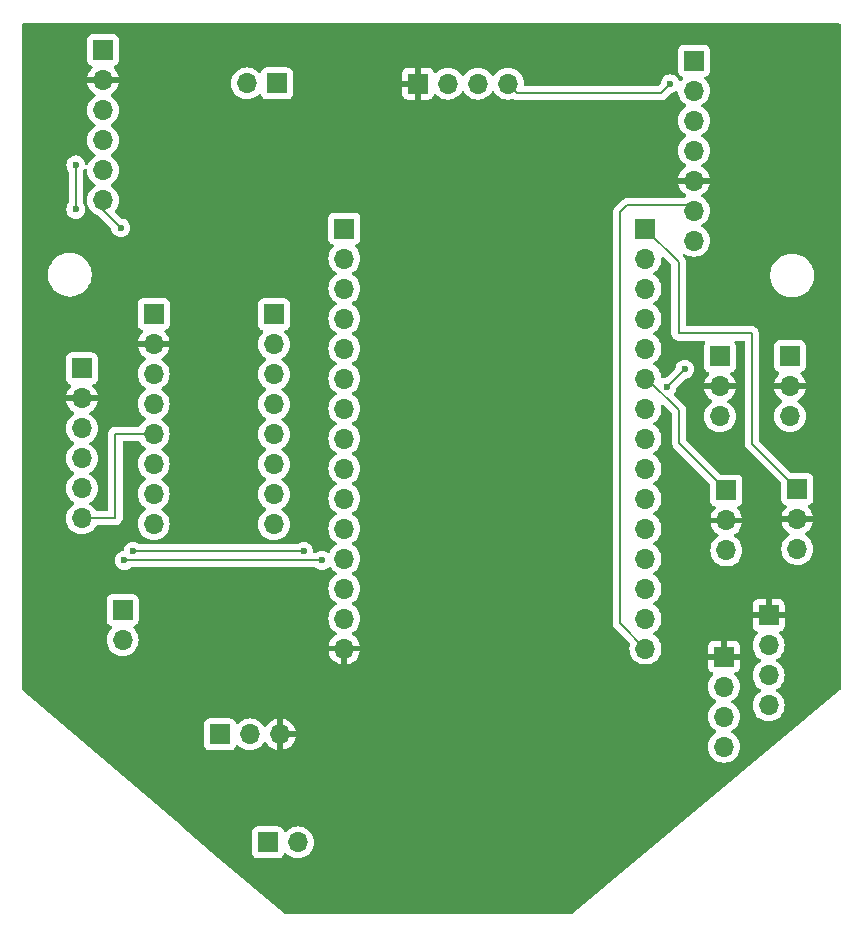
<source format=gbl>
%TF.GenerationSoftware,KiCad,Pcbnew,8.0.6*%
%TF.CreationDate,2025-01-23T10:29:06+01:00*%
%TF.ProjectId,Pcb pami 2025,50636220-7061-46d6-9920-323032352e6b,rev?*%
%TF.SameCoordinates,Original*%
%TF.FileFunction,Copper,L2,Bot*%
%TF.FilePolarity,Positive*%
%FSLAX46Y46*%
G04 Gerber Fmt 4.6, Leading zero omitted, Abs format (unit mm)*
G04 Created by KiCad (PCBNEW 8.0.6) date 2025-01-23 10:29:06*
%MOMM*%
%LPD*%
G01*
G04 APERTURE LIST*
%TA.AperFunction,ComponentPad*%
%ADD10R,1.700000X1.700000*%
%TD*%
%TA.AperFunction,ComponentPad*%
%ADD11O,1.700000X1.700000*%
%TD*%
%TA.AperFunction,ViaPad*%
%ADD12C,0.600000*%
%TD*%
%TA.AperFunction,Conductor*%
%ADD13C,0.200000*%
%TD*%
G04 APERTURE END LIST*
D10*
%TO.P,J10,1,Pin_1*%
%TO.N,VCC*%
X129760000Y-78470000D03*
D11*
%TO.P,J10,2,Pin_2*%
%TO.N,/D2*%
X129760000Y-81010000D03*
%TO.P,J10,3,Pin_3*%
%TO.N,/D15*%
X129760000Y-83550000D03*
%TO.P,J10,4,Pin_4*%
%TO.N,GND*%
X129760000Y-86090000D03*
%TD*%
%TO.P,U1,1,VIN*%
%TO.N,VCC*%
X97622000Y-77781200D03*
%TO.P,U1,2,GND*%
%TO.N,GND*%
X97622000Y-75241200D03*
%TO.P,U1,3,D13*%
%TO.N,/D13*%
X97622000Y-72701200D03*
%TO.P,U1,4,D12*%
%TO.N,/D12*%
X97622000Y-70161200D03*
%TO.P,U1,5,D14*%
%TO.N,/D14*%
X97622000Y-67621200D03*
%TO.P,U1,6,D27*%
%TO.N,/D27*%
X97622000Y-65081200D03*
%TO.P,U1,7,D26*%
%TO.N,/D26*%
X97622000Y-62541200D03*
%TO.P,U1,8,D25*%
%TO.N,/D25*%
X97622000Y-60001200D03*
%TO.P,U1,9,D33*%
%TO.N,/D33*%
X97622000Y-57461200D03*
%TO.P,U1,10,D32*%
%TO.N,/D32*%
X97622000Y-54921200D03*
%TO.P,U1,11,D35*%
%TO.N,/D35*%
X97622000Y-52381200D03*
%TO.P,U1,12,D34*%
%TO.N,/D34*%
X97622000Y-49841200D03*
%TO.P,U1,13,UN*%
%TO.N,unconnected-(U1-UN-Pad13)*%
X97622000Y-47301200D03*
%TO.P,U1,14,UP*%
%TO.N,unconnected-(U1-UP-Pad14)*%
X97622000Y-44761200D03*
D10*
%TO.P,U1,15,EN*%
%TO.N,unconnected-(U1-EN-Pad15)*%
X97622000Y-42221200D03*
D11*
%TO.P,U1,16,3V3*%
%TO.N,/3V*%
X123122000Y-77781200D03*
%TO.P,U1,17,GND*%
%TO.N,GND*%
X123122000Y-75241200D03*
%TO.P,U1,18,D15*%
%TO.N,/D15*%
X123122000Y-72701200D03*
%TO.P,U1,19,D2*%
%TO.N,/D2*%
X123122000Y-70161200D03*
%TO.P,U1,20,D4*%
%TO.N,/D4*%
X123122000Y-67621200D03*
%TO.P,U1,21,RX2*%
%TO.N,unconnected-(U1-RX2-Pad21)*%
X123122000Y-65081200D03*
%TO.P,U1,22,TX2*%
%TO.N,unconnected-(U1-TX2-Pad22)*%
X123122000Y-62541200D03*
%TO.P,U1,23,D5*%
%TO.N,/D5*%
X123122000Y-60001200D03*
%TO.P,U1,24,D18*%
%TO.N,/D18*%
X123122000Y-57461200D03*
%TO.P,U1,25,D19*%
%TO.N,/D19*%
X123122000Y-54921200D03*
%TO.P,U1,26,D21*%
%TO.N,/SDA*%
X123122000Y-52381200D03*
%TO.P,U1,27,RXD*%
%TO.N,unconnected-(U1-RXD-Pad27)*%
X123122000Y-49841200D03*
%TO.P,U1,28,TXD*%
%TO.N,unconnected-(U1-TXD-Pad28)*%
X123122000Y-47301200D03*
%TO.P,U1,29,D22*%
%TO.N,/SCL*%
X123122000Y-44761200D03*
D10*
%TO.P,U1,30,D23*%
%TO.N,/D23*%
X123122000Y-42221200D03*
%TD*%
%TO.P,J8,1,Pin_1*%
%TO.N,/BOUT1*%
X77200000Y-27110000D03*
D11*
%TO.P,J8,2,Pin_2*%
%TO.N,VCC*%
X77200000Y-29650000D03*
%TO.P,J8,3,Pin_3*%
%TO.N,/D34*%
X77200000Y-32190000D03*
%TO.P,J8,4,Pin_4*%
%TO.N,/D35*%
X77200000Y-34730000D03*
%TO.P,J8,5,Pin_5*%
%TO.N,GND*%
X77200000Y-37270000D03*
%TO.P,J8,6,Pin_6*%
%TO.N,/BOUT2*%
X77200000Y-39810000D03*
%TD*%
D10*
%TO.P,J4,1,Pin_1*%
%TO.N,VCC*%
X133550000Y-74970000D03*
D11*
%TO.P,J4,2,Pin_2*%
%TO.N,/D5*%
X133550000Y-77510000D03*
%TO.P,J4,3,Pin_3*%
%TO.N,/D4*%
X133550000Y-80050000D03*
%TO.P,J4,4,Pin_4*%
%TO.N,GND*%
X133550000Y-82590000D03*
%TD*%
D10*
%TO.P,J14,1,Pin_1*%
%TO.N,VCC*%
X103850000Y-29950000D03*
D11*
%TO.P,J14,2,Pin_2*%
%TO.N,GND*%
X106390000Y-29950000D03*
%TO.P,J14,3,Pin_3*%
%TO.N,/SCL*%
X108930000Y-29950000D03*
%TO.P,J14,4,Pin_4*%
%TO.N,/SDA*%
X111470000Y-29950000D03*
%TD*%
D10*
%TO.P,J12,1,Pin_1*%
%TO.N,/D18*%
X135350000Y-53020000D03*
D11*
%TO.P,J12,2,Pin_2*%
%TO.N,VCC*%
X135350000Y-55560000D03*
%TO.P,J12,3,Pin_3*%
%TO.N,GND*%
X135350000Y-58100000D03*
%TD*%
D10*
%TO.P,J11,1,Pin_1*%
%TO.N,/SDA*%
X127220000Y-28010000D03*
D11*
%TO.P,J11,2,Pin_2*%
%TO.N,/SCL*%
X127220000Y-30550000D03*
%TO.P,J11,3,Pin_3*%
%TO.N,unconnected-(J11-Pin_3-Pad3)*%
X127220000Y-33090000D03*
%TO.P,J11,4,Pin_4*%
%TO.N,unconnected-(J11-Pin_4-Pad4)*%
X127220000Y-35630000D03*
%TO.P,J11,5,Pin_5*%
%TO.N,VCC*%
X127220000Y-38170000D03*
%TO.P,J11,6,Pin_6*%
%TO.N,/3V*%
X127220000Y-40710000D03*
%TO.P,J11,7,Pin_7*%
%TO.N,GND*%
X127220000Y-43250000D03*
%TD*%
D10*
%TO.P,J1,1,Pin_1*%
%TO.N,/D19*%
X129970000Y-64400000D03*
D11*
%TO.P,J1,2,Pin_2*%
%TO.N,VCC*%
X129970000Y-66940000D03*
%TO.P,J1,3,Pin_3*%
%TO.N,GND*%
X129970000Y-69480000D03*
%TD*%
D10*
%TO.P,J6,1,Pin_1*%
%TO.N,Net-(J5-Pin_2)*%
X87084000Y-85052000D03*
D11*
%TO.P,J6,2,Pin_2*%
%TO.N,unconnected-(J6-Pin_2-Pad2)*%
X89624000Y-85052000D03*
%TO.P,J6,3,Pin_3*%
%TO.N,VCC*%
X92164000Y-85052000D03*
%TD*%
D10*
%TO.P,J7,1,Pin_1*%
%TO.N,/D12*%
X91915000Y-29934000D03*
D11*
%TO.P,J7,2,Pin_2*%
%TO.N,GND*%
X89375000Y-29934000D03*
%TD*%
D10*
%TO.P,J5,1,Pin_1*%
%TO.N,GND*%
X91148000Y-94196000D03*
D11*
%TO.P,J5,2,Pin_2*%
%TO.N,Net-(J5-Pin_2)*%
X93688000Y-94196000D03*
%TD*%
D10*
%TO.P,J13,1,Pin_1*%
%TO.N,/D13*%
X78850000Y-74505000D03*
D11*
%TO.P,J13,2,Pin_2*%
%TO.N,GND*%
X78850000Y-77045000D03*
%TD*%
D10*
%TO.P,J2,1,Pin_1*%
%TO.N,/D18*%
X129420000Y-53050000D03*
D11*
%TO.P,J2,2,Pin_2*%
%TO.N,VCC*%
X129420000Y-55590000D03*
%TO.P,J2,3,Pin_3*%
%TO.N,GND*%
X129420000Y-58130000D03*
%TD*%
D10*
%TO.P,U2,1,GND*%
%TO.N,GND*%
X81486000Y-49442000D03*
D11*
%TO.P,U2,2,VIN*%
%TO.N,VCC*%
X81486000Y-51982000D03*
%TO.P,U2,3,BOUT1*%
%TO.N,/BOUT1*%
X81486000Y-54522000D03*
%TO.P,U2,4,BOUT2*%
%TO.N,/BOUT2*%
X81486000Y-57062000D03*
%TO.P,U2,5,AOUT2*%
%TO.N,/AOUT2*%
X81486000Y-59602000D03*
%TO.P,U2,6,AOUT1*%
%TO.N,/AOUT1*%
X81486000Y-62142000D03*
%TO.P,U2,7,AISEN*%
%TO.N,unconnected-(U2-AISEN-Pad7)*%
X81486000Y-64682000D03*
%TO.P,U2,8,BISEN*%
%TO.N,unconnected-(U2-BISEN-Pad8)*%
X81486000Y-67222000D03*
D10*
%TO.P,U2,9,GND*%
%TO.N,GND*%
X91666000Y-49492000D03*
D11*
%TO.P,U2,10,VMM*%
%TO.N,unconnected-(U2-VMM-Pad10)*%
X91666000Y-52032000D03*
%TO.P,U2,11,BIN1*%
%TO.N,/D32*%
X91666000Y-54572000D03*
%TO.P,U2,12,BIN2*%
%TO.N,/D33*%
X91666000Y-57112000D03*
%TO.P,U2,13,AIN2*%
%TO.N,/D25*%
X91666000Y-59652000D03*
%TO.P,U2,14,AIN1*%
%TO.N,/D26*%
X91666000Y-62192000D03*
%TO.P,U2,15,SLP*%
%TO.N,unconnected-(U2-SLP-Pad15)*%
X91666000Y-64732000D03*
%TO.P,U2,16,FLT*%
%TO.N,unconnected-(U2-FLT-Pad16)*%
X91666000Y-67272000D03*
%TD*%
D10*
%TO.P,J3,1,Pin_1*%
%TO.N,/D23*%
X135980000Y-64290000D03*
D11*
%TO.P,J3,2,Pin_2*%
%TO.N,VCC*%
X135980000Y-66830000D03*
%TO.P,J3,3,Pin_3*%
%TO.N,GND*%
X135980000Y-69370000D03*
%TD*%
D10*
%TO.P,J9,1,Pin_1*%
%TO.N,/AOUT1*%
X75400000Y-54064000D03*
D11*
%TO.P,J9,2,Pin_2*%
%TO.N,VCC*%
X75400000Y-56604000D03*
%TO.P,J9,3,Pin_3*%
%TO.N,/D27*%
X75400000Y-59144000D03*
%TO.P,J9,4,Pin_4*%
%TO.N,/D14*%
X75400000Y-61684000D03*
%TO.P,J9,5,Pin_5*%
%TO.N,GND*%
X75400000Y-64224000D03*
%TO.P,J9,6,Pin_6*%
%TO.N,/AOUT2*%
X75400000Y-66764000D03*
%TD*%
D12*
%TO.N,/D14*%
X79010000Y-70320000D03*
X95720000Y-70320000D03*
%TO.N,/BOUT1*%
X74892000Y-36840000D03*
X74892000Y-40602000D03*
%TO.N,/BOUT2*%
X78690000Y-42170000D03*
%TO.N,/D18*%
X126451600Y-54131600D03*
X124951600Y-55631600D03*
%TO.N,/SDA*%
X125220000Y-29970000D03*
%TO.N,/D27*%
X94180000Y-69558000D03*
X79730000Y-69558000D03*
%TD*%
D13*
%TO.N,/D14*%
X79010000Y-70320000D02*
X95720000Y-70320000D01*
%TO.N,/BOUT1*%
X74892000Y-36840000D02*
X74892000Y-40602000D01*
%TO.N,/3V*%
X120950000Y-40850000D02*
X121550000Y-40250000D01*
X121550000Y-40250000D02*
X126760000Y-40250000D01*
X120950000Y-75609200D02*
X120950000Y-40850000D01*
X123122000Y-77781200D02*
X120950000Y-75609200D01*
X126760000Y-40250000D02*
X127220000Y-40710000D01*
%TO.N,/BOUT2*%
X78690000Y-42170000D02*
X77200000Y-40680000D01*
X77200000Y-40680000D02*
X77200000Y-39810000D01*
%TO.N,/AOUT2*%
X78250000Y-59602000D02*
X81486000Y-59602000D01*
X78250000Y-66700000D02*
X78250000Y-59602000D01*
X78186000Y-66764000D02*
X78250000Y-66700000D01*
X75400000Y-66764000D02*
X78186000Y-66764000D01*
%TO.N,/D18*%
X124951600Y-55631600D02*
X126451600Y-54131600D01*
%TO.N,/D19*%
X123281200Y-54921200D02*
X125980000Y-57620000D01*
X125980000Y-60410000D02*
X129970000Y-64400000D01*
X123122000Y-54921200D02*
X123281200Y-54921200D01*
X125980000Y-57620000D02*
X125980000Y-60410000D01*
%TO.N,/SDA*%
X125220000Y-29970000D02*
X125220000Y-29980000D01*
X112260000Y-30740000D02*
X111470000Y-29950000D01*
X125220000Y-29980000D02*
X124460000Y-30740000D01*
X124460000Y-30740000D02*
X112260000Y-30740000D01*
%TO.N,/D27*%
X79730000Y-69558000D02*
X94180000Y-69558000D01*
%TO.N,/D23*%
X125920000Y-51110000D02*
X132130000Y-51110000D01*
X125920000Y-45019200D02*
X125920000Y-51110000D01*
X135370000Y-64290000D02*
X135980000Y-64290000D01*
X132130000Y-60440000D02*
X135980000Y-64290000D01*
X123122000Y-42221200D02*
X125920000Y-45019200D01*
X132130000Y-51110000D02*
X132130000Y-60440000D01*
%TD*%
%TA.AperFunction,Conductor*%
%TO.N,VCC*%
G36*
X139612539Y-24866185D02*
G01*
X139658294Y-24918989D01*
X139669500Y-24970500D01*
X139669500Y-81203910D01*
X139649815Y-81270949D01*
X139624986Y-81299084D01*
X116909003Y-100270674D01*
X116844930Y-100298538D01*
X116829517Y-100299500D01*
X92648359Y-100299500D01*
X92581320Y-100279815D01*
X92567836Y-100269797D01*
X86970203Y-95489796D01*
X84403653Y-93298135D01*
X89797500Y-93298135D01*
X89797500Y-95093870D01*
X89797501Y-95093876D01*
X89803908Y-95153483D01*
X89854202Y-95288328D01*
X89854206Y-95288335D01*
X89940452Y-95403544D01*
X89940455Y-95403547D01*
X90055664Y-95489793D01*
X90055671Y-95489797D01*
X90190517Y-95540091D01*
X90190516Y-95540091D01*
X90197444Y-95540835D01*
X90250127Y-95546500D01*
X92045872Y-95546499D01*
X92105483Y-95540091D01*
X92240331Y-95489796D01*
X92355546Y-95403546D01*
X92441796Y-95288331D01*
X92490810Y-95156916D01*
X92532681Y-95100984D01*
X92598145Y-95076566D01*
X92666418Y-95091417D01*
X92694673Y-95112569D01*
X92816599Y-95234495D01*
X92913384Y-95302265D01*
X93010165Y-95370032D01*
X93010167Y-95370033D01*
X93010170Y-95370035D01*
X93224337Y-95469903D01*
X93452592Y-95531063D01*
X93629034Y-95546500D01*
X93687999Y-95551659D01*
X93688000Y-95551659D01*
X93688001Y-95551659D01*
X93746966Y-95546500D01*
X93923408Y-95531063D01*
X94151663Y-95469903D01*
X94365830Y-95370035D01*
X94559401Y-95234495D01*
X94726495Y-95067401D01*
X94862035Y-94873830D01*
X94961903Y-94659663D01*
X95023063Y-94431408D01*
X95043659Y-94196000D01*
X95023063Y-93960592D01*
X94961903Y-93732337D01*
X94862035Y-93518171D01*
X94726495Y-93324599D01*
X94726494Y-93324597D01*
X94559402Y-93157506D01*
X94559395Y-93157501D01*
X94365834Y-93021967D01*
X94365830Y-93021965D01*
X94365828Y-93021964D01*
X94151663Y-92922097D01*
X94151659Y-92922096D01*
X94151655Y-92922094D01*
X93923413Y-92860938D01*
X93923403Y-92860936D01*
X93688001Y-92840341D01*
X93687999Y-92840341D01*
X93452596Y-92860936D01*
X93452586Y-92860938D01*
X93224344Y-92922094D01*
X93224335Y-92922098D01*
X93010171Y-93021964D01*
X93010169Y-93021965D01*
X92816600Y-93157503D01*
X92694673Y-93279430D01*
X92633350Y-93312914D01*
X92563658Y-93307930D01*
X92507725Y-93266058D01*
X92490810Y-93235081D01*
X92441797Y-93103671D01*
X92441793Y-93103664D01*
X92355547Y-92988455D01*
X92355544Y-92988452D01*
X92240335Y-92902206D01*
X92240328Y-92902202D01*
X92105482Y-92851908D01*
X92105483Y-92851908D01*
X92045883Y-92845501D01*
X92045881Y-92845500D01*
X92045873Y-92845500D01*
X92045864Y-92845500D01*
X90250129Y-92845500D01*
X90250123Y-92845501D01*
X90190516Y-92851908D01*
X90055671Y-92902202D01*
X90055664Y-92902206D01*
X89940455Y-92988452D01*
X89940452Y-92988455D01*
X89854206Y-93103664D01*
X89854202Y-93103671D01*
X89803908Y-93238517D01*
X89797501Y-93298116D01*
X89797500Y-93298135D01*
X84403653Y-93298135D01*
X83963289Y-92922094D01*
X73695548Y-84154135D01*
X85733500Y-84154135D01*
X85733500Y-85949870D01*
X85733501Y-85949876D01*
X85739908Y-86009483D01*
X85790202Y-86144328D01*
X85790206Y-86144335D01*
X85876452Y-86259544D01*
X85876455Y-86259547D01*
X85991664Y-86345793D01*
X85991671Y-86345797D01*
X86126517Y-86396091D01*
X86126516Y-86396091D01*
X86133444Y-86396835D01*
X86186127Y-86402500D01*
X87981872Y-86402499D01*
X88041483Y-86396091D01*
X88176331Y-86345796D01*
X88291546Y-86259546D01*
X88377796Y-86144331D01*
X88426810Y-86012916D01*
X88468681Y-85956984D01*
X88534145Y-85932566D01*
X88602418Y-85947417D01*
X88630673Y-85968569D01*
X88752599Y-86090495D01*
X88849384Y-86158265D01*
X88946165Y-86226032D01*
X88946167Y-86226033D01*
X88946170Y-86226035D01*
X89160337Y-86325903D01*
X89388592Y-86387063D01*
X89565034Y-86402500D01*
X89623999Y-86407659D01*
X89624000Y-86407659D01*
X89624001Y-86407659D01*
X89682966Y-86402500D01*
X89859408Y-86387063D01*
X90087663Y-86325903D01*
X90301830Y-86226035D01*
X90495401Y-86090495D01*
X90662495Y-85923401D01*
X90792730Y-85737405D01*
X90847307Y-85693781D01*
X90916805Y-85686587D01*
X90979160Y-85718110D01*
X90995879Y-85737405D01*
X91125890Y-85923078D01*
X91292917Y-86090105D01*
X91486421Y-86225600D01*
X91700507Y-86325429D01*
X91700516Y-86325433D01*
X91914000Y-86382634D01*
X91914000Y-85485012D01*
X91971007Y-85517925D01*
X92098174Y-85552000D01*
X92229826Y-85552000D01*
X92356993Y-85517925D01*
X92414000Y-85485012D01*
X92414000Y-86382633D01*
X92627483Y-86325433D01*
X92627492Y-86325429D01*
X92841578Y-86225600D01*
X93035082Y-86090105D01*
X93202105Y-85923082D01*
X93337600Y-85729578D01*
X93437429Y-85515492D01*
X93437432Y-85515486D01*
X93494636Y-85302000D01*
X92597012Y-85302000D01*
X92629925Y-85244993D01*
X92664000Y-85117826D01*
X92664000Y-84986174D01*
X92629925Y-84859007D01*
X92597012Y-84802000D01*
X93494636Y-84802000D01*
X93494635Y-84801999D01*
X93437432Y-84588513D01*
X93437429Y-84588507D01*
X93337600Y-84374422D01*
X93337599Y-84374420D01*
X93202113Y-84180926D01*
X93202108Y-84180920D01*
X93035082Y-84013894D01*
X92841578Y-83878399D01*
X92627492Y-83778570D01*
X92627486Y-83778567D01*
X92414000Y-83721364D01*
X92414000Y-84618988D01*
X92356993Y-84586075D01*
X92229826Y-84552000D01*
X92098174Y-84552000D01*
X91971007Y-84586075D01*
X91914000Y-84618988D01*
X91914000Y-83721364D01*
X91913999Y-83721364D01*
X91700513Y-83778567D01*
X91700507Y-83778570D01*
X91486422Y-83878399D01*
X91486420Y-83878400D01*
X91292926Y-84013886D01*
X91292920Y-84013891D01*
X91125891Y-84180920D01*
X91125890Y-84180922D01*
X90995880Y-84366595D01*
X90941303Y-84410219D01*
X90871804Y-84417412D01*
X90809450Y-84385890D01*
X90792730Y-84366594D01*
X90662494Y-84180597D01*
X90495402Y-84013506D01*
X90495395Y-84013501D01*
X90301834Y-83877967D01*
X90301830Y-83877965D01*
X90271670Y-83863901D01*
X90087663Y-83778097D01*
X90087659Y-83778096D01*
X90087655Y-83778094D01*
X89859413Y-83716938D01*
X89859403Y-83716936D01*
X89624001Y-83696341D01*
X89623999Y-83696341D01*
X89388596Y-83716936D01*
X89388586Y-83716938D01*
X89160344Y-83778094D01*
X89160335Y-83778098D01*
X88946171Y-83877964D01*
X88946169Y-83877965D01*
X88752600Y-84013503D01*
X88630673Y-84135430D01*
X88569350Y-84168914D01*
X88499658Y-84163930D01*
X88443725Y-84122058D01*
X88426810Y-84091081D01*
X88377797Y-83959671D01*
X88377793Y-83959664D01*
X88291547Y-83844455D01*
X88291544Y-83844452D01*
X88176335Y-83758206D01*
X88176328Y-83758202D01*
X88041482Y-83707908D01*
X88041483Y-83707908D01*
X87981883Y-83701501D01*
X87981881Y-83701500D01*
X87981873Y-83701500D01*
X87981864Y-83701500D01*
X86186129Y-83701500D01*
X86186123Y-83701501D01*
X86126516Y-83707908D01*
X85991671Y-83758202D01*
X85991664Y-83758206D01*
X85876455Y-83844452D01*
X85876452Y-83844455D01*
X85790206Y-83959664D01*
X85790202Y-83959671D01*
X85739908Y-84094517D01*
X85733501Y-84154116D01*
X85733500Y-84154135D01*
X73695548Y-84154135D01*
X70355977Y-81302366D01*
X70317778Y-81243863D01*
X70312500Y-81208069D01*
X70312500Y-81009999D01*
X128404341Y-81009999D01*
X128404341Y-81010000D01*
X128424936Y-81245403D01*
X128424938Y-81245413D01*
X128486094Y-81473655D01*
X128486096Y-81473659D01*
X128486097Y-81473663D01*
X128585965Y-81687830D01*
X128585967Y-81687834D01*
X128666828Y-81803314D01*
X128709197Y-81863824D01*
X128721501Y-81881395D01*
X128721506Y-81881402D01*
X128888597Y-82048493D01*
X128888603Y-82048498D01*
X129074158Y-82178425D01*
X129117783Y-82233002D01*
X129124977Y-82302500D01*
X129093454Y-82364855D01*
X129074158Y-82381575D01*
X128888597Y-82511505D01*
X128721505Y-82678597D01*
X128585965Y-82872169D01*
X128585964Y-82872171D01*
X128486098Y-83086335D01*
X128486094Y-83086344D01*
X128424938Y-83314586D01*
X128424936Y-83314596D01*
X128404341Y-83549999D01*
X128404341Y-83550000D01*
X128424936Y-83785403D01*
X128424938Y-83785413D01*
X128486094Y-84013655D01*
X128486096Y-84013659D01*
X128486097Y-84013663D01*
X128564091Y-84180922D01*
X128585965Y-84227830D01*
X128585967Y-84227834D01*
X128721501Y-84421395D01*
X128721506Y-84421402D01*
X128888597Y-84588493D01*
X128888603Y-84588498D01*
X129074158Y-84718425D01*
X129117783Y-84773002D01*
X129124977Y-84842500D01*
X129093454Y-84904855D01*
X129074158Y-84921575D01*
X128888597Y-85051505D01*
X128721505Y-85218597D01*
X128585965Y-85412169D01*
X128585964Y-85412171D01*
X128486098Y-85626335D01*
X128486094Y-85626344D01*
X128424938Y-85854586D01*
X128424936Y-85854596D01*
X128404341Y-86089999D01*
X128404341Y-86090000D01*
X128424936Y-86325403D01*
X128424938Y-86325413D01*
X128486094Y-86553655D01*
X128486096Y-86553659D01*
X128486097Y-86553663D01*
X128585965Y-86767830D01*
X128585967Y-86767834D01*
X128694281Y-86922521D01*
X128721505Y-86961401D01*
X128888599Y-87128495D01*
X128985384Y-87196265D01*
X129082165Y-87264032D01*
X129082167Y-87264033D01*
X129082170Y-87264035D01*
X129296337Y-87363903D01*
X129524592Y-87425063D01*
X129712918Y-87441539D01*
X129759999Y-87445659D01*
X129760000Y-87445659D01*
X129760001Y-87445659D01*
X129799234Y-87442226D01*
X129995408Y-87425063D01*
X130223663Y-87363903D01*
X130437830Y-87264035D01*
X130631401Y-87128495D01*
X130798495Y-86961401D01*
X130934035Y-86767830D01*
X131033903Y-86553663D01*
X131095063Y-86325408D01*
X131115659Y-86090000D01*
X131095063Y-85854592D01*
X131033903Y-85626337D01*
X130934035Y-85412171D01*
X130896810Y-85359007D01*
X130798494Y-85218597D01*
X130631402Y-85051506D01*
X130631396Y-85051501D01*
X130445842Y-84921575D01*
X130402217Y-84866998D01*
X130395023Y-84797500D01*
X130426546Y-84735145D01*
X130445842Y-84718425D01*
X130631375Y-84588513D01*
X130631401Y-84588495D01*
X130798495Y-84421401D01*
X130934035Y-84227830D01*
X131033903Y-84013663D01*
X131095063Y-83785408D01*
X131115659Y-83550000D01*
X131095063Y-83314592D01*
X131033903Y-83086337D01*
X130934035Y-82872171D01*
X130901292Y-82825408D01*
X130798494Y-82678597D01*
X130631402Y-82511506D01*
X130631396Y-82511501D01*
X130445842Y-82381575D01*
X130402217Y-82326998D01*
X130395023Y-82257500D01*
X130426546Y-82195145D01*
X130445842Y-82178425D01*
X130520234Y-82126335D01*
X130631401Y-82048495D01*
X130798495Y-81881401D01*
X130934035Y-81687830D01*
X131033903Y-81473663D01*
X131095063Y-81245408D01*
X131115659Y-81010000D01*
X131095063Y-80774592D01*
X131033903Y-80546337D01*
X130934035Y-80332171D01*
X130901291Y-80285408D01*
X130798496Y-80138600D01*
X130798495Y-80138599D01*
X130676179Y-80016283D01*
X130642696Y-79954963D01*
X130647680Y-79885271D01*
X130689551Y-79829337D01*
X130720529Y-79812422D01*
X130852086Y-79763354D01*
X130852093Y-79763350D01*
X130967187Y-79677190D01*
X130967190Y-79677187D01*
X131053350Y-79562093D01*
X131053354Y-79562086D01*
X131103596Y-79427379D01*
X131103598Y-79427372D01*
X131109999Y-79367844D01*
X131110000Y-79367827D01*
X131110000Y-78720000D01*
X130193012Y-78720000D01*
X130225925Y-78662993D01*
X130260000Y-78535826D01*
X130260000Y-78404174D01*
X130225925Y-78277007D01*
X130193012Y-78220000D01*
X131110000Y-78220000D01*
X131110000Y-77572172D01*
X131109999Y-77572155D01*
X131103598Y-77512627D01*
X131103596Y-77512620D01*
X131102618Y-77509999D01*
X132194341Y-77509999D01*
X132194341Y-77510000D01*
X132214936Y-77745403D01*
X132214938Y-77745413D01*
X132276094Y-77973655D01*
X132276096Y-77973659D01*
X132276097Y-77973663D01*
X132296123Y-78016608D01*
X132375965Y-78187830D01*
X132375967Y-78187834D01*
X132511501Y-78381395D01*
X132511506Y-78381402D01*
X132678597Y-78548493D01*
X132678603Y-78548498D01*
X132864158Y-78678425D01*
X132907783Y-78733002D01*
X132914977Y-78802500D01*
X132883454Y-78864855D01*
X132864158Y-78881575D01*
X132678597Y-79011505D01*
X132511505Y-79178597D01*
X132375965Y-79372169D01*
X132375964Y-79372171D01*
X132276098Y-79586335D01*
X132276094Y-79586344D01*
X132214938Y-79814586D01*
X132214936Y-79814596D01*
X132194341Y-80049999D01*
X132194341Y-80050000D01*
X132214936Y-80285403D01*
X132214938Y-80285413D01*
X132276094Y-80513655D01*
X132276096Y-80513659D01*
X132276097Y-80513663D01*
X132375965Y-80727830D01*
X132375967Y-80727834D01*
X132511501Y-80921395D01*
X132511506Y-80921402D01*
X132678597Y-81088493D01*
X132678603Y-81088498D01*
X132864158Y-81218425D01*
X132907783Y-81273002D01*
X132914977Y-81342500D01*
X132883454Y-81404855D01*
X132864158Y-81421575D01*
X132678597Y-81551505D01*
X132511505Y-81718597D01*
X132375965Y-81912169D01*
X132375964Y-81912171D01*
X132276098Y-82126335D01*
X132276094Y-82126344D01*
X132214938Y-82354586D01*
X132214936Y-82354596D01*
X132194341Y-82589999D01*
X132194341Y-82590000D01*
X132214936Y-82825403D01*
X132214938Y-82825413D01*
X132276094Y-83053655D01*
X132276096Y-83053659D01*
X132276097Y-83053663D01*
X132375965Y-83267830D01*
X132375967Y-83267834D01*
X132484281Y-83422521D01*
X132511505Y-83461401D01*
X132678599Y-83628495D01*
X132775384Y-83696265D01*
X132872165Y-83764032D01*
X132872167Y-83764033D01*
X132872170Y-83764035D01*
X133086337Y-83863903D01*
X133314592Y-83925063D01*
X133502918Y-83941539D01*
X133549999Y-83945659D01*
X133550000Y-83945659D01*
X133550001Y-83945659D01*
X133589234Y-83942226D01*
X133785408Y-83925063D01*
X134013663Y-83863903D01*
X134227830Y-83764035D01*
X134421401Y-83628495D01*
X134588495Y-83461401D01*
X134724035Y-83267830D01*
X134823903Y-83053663D01*
X134885063Y-82825408D01*
X134905659Y-82590000D01*
X134885063Y-82354592D01*
X134823903Y-82126337D01*
X134724035Y-81912171D01*
X134721006Y-81907844D01*
X134588494Y-81718597D01*
X134421402Y-81551506D01*
X134421396Y-81551501D01*
X134235842Y-81421575D01*
X134192217Y-81366998D01*
X134185023Y-81297500D01*
X134216546Y-81235145D01*
X134235842Y-81218425D01*
X134258026Y-81202891D01*
X134421401Y-81088495D01*
X134588495Y-80921401D01*
X134724035Y-80727830D01*
X134823903Y-80513663D01*
X134885063Y-80285408D01*
X134905659Y-80050000D01*
X134885063Y-79814592D01*
X134823903Y-79586337D01*
X134724035Y-79372171D01*
X134721006Y-79367844D01*
X134588494Y-79178597D01*
X134421402Y-79011506D01*
X134421396Y-79011501D01*
X134235842Y-78881575D01*
X134192217Y-78826998D01*
X134185023Y-78757500D01*
X134216546Y-78695145D01*
X134235842Y-78678425D01*
X134273178Y-78652282D01*
X134421401Y-78548495D01*
X134588495Y-78381401D01*
X134724035Y-78187830D01*
X134823903Y-77973663D01*
X134885063Y-77745408D01*
X134905659Y-77510000D01*
X134885063Y-77274592D01*
X134823903Y-77046337D01*
X134724035Y-76832171D01*
X134661391Y-76742706D01*
X134588496Y-76638600D01*
X134531231Y-76581335D01*
X134466179Y-76516283D01*
X134432696Y-76454963D01*
X134437680Y-76385271D01*
X134479551Y-76329337D01*
X134510529Y-76312422D01*
X134642086Y-76263354D01*
X134642093Y-76263350D01*
X134757187Y-76177190D01*
X134757190Y-76177187D01*
X134843350Y-76062093D01*
X134843354Y-76062086D01*
X134893596Y-75927379D01*
X134893598Y-75927372D01*
X134899999Y-75867844D01*
X134900000Y-75867827D01*
X134900000Y-75220000D01*
X133983012Y-75220000D01*
X134015925Y-75162993D01*
X134050000Y-75035826D01*
X134050000Y-74904174D01*
X134015925Y-74777007D01*
X133983012Y-74720000D01*
X134900000Y-74720000D01*
X134900000Y-74072172D01*
X134899999Y-74072155D01*
X134893598Y-74012627D01*
X134893596Y-74012620D01*
X134843354Y-73877913D01*
X134843350Y-73877906D01*
X134757190Y-73762812D01*
X134757187Y-73762809D01*
X134642093Y-73676649D01*
X134642086Y-73676645D01*
X134507379Y-73626403D01*
X134507372Y-73626401D01*
X134447844Y-73620000D01*
X133800000Y-73620000D01*
X133800000Y-74536988D01*
X133742993Y-74504075D01*
X133615826Y-74470000D01*
X133484174Y-74470000D01*
X133357007Y-74504075D01*
X133300000Y-74536988D01*
X133300000Y-73620000D01*
X132652155Y-73620000D01*
X132592627Y-73626401D01*
X132592620Y-73626403D01*
X132457913Y-73676645D01*
X132457906Y-73676649D01*
X132342812Y-73762809D01*
X132342809Y-73762812D01*
X132256649Y-73877906D01*
X132256645Y-73877913D01*
X132206403Y-74012620D01*
X132206401Y-74012627D01*
X132200000Y-74072155D01*
X132200000Y-74720000D01*
X133116988Y-74720000D01*
X133084075Y-74777007D01*
X133050000Y-74904174D01*
X133050000Y-75035826D01*
X133084075Y-75162993D01*
X133116988Y-75220000D01*
X132200000Y-75220000D01*
X132200000Y-75867844D01*
X132206401Y-75927372D01*
X132206403Y-75927379D01*
X132256645Y-76062086D01*
X132256649Y-76062093D01*
X132342809Y-76177187D01*
X132342812Y-76177190D01*
X132457906Y-76263350D01*
X132457913Y-76263354D01*
X132589470Y-76312421D01*
X132645403Y-76354292D01*
X132669821Y-76419756D01*
X132654970Y-76488029D01*
X132633819Y-76516284D01*
X132511503Y-76638600D01*
X132375965Y-76832169D01*
X132375964Y-76832171D01*
X132282401Y-77032816D01*
X132276721Y-77045000D01*
X132276098Y-77046335D01*
X132276094Y-77046344D01*
X132214938Y-77274586D01*
X132214936Y-77274596D01*
X132194341Y-77509999D01*
X131102618Y-77509999D01*
X131053354Y-77377913D01*
X131053350Y-77377906D01*
X130967190Y-77262812D01*
X130967187Y-77262809D01*
X130852093Y-77176649D01*
X130852086Y-77176645D01*
X130717379Y-77126403D01*
X130717372Y-77126401D01*
X130657844Y-77120000D01*
X130010000Y-77120000D01*
X130010000Y-78036988D01*
X129952993Y-78004075D01*
X129825826Y-77970000D01*
X129694174Y-77970000D01*
X129567007Y-78004075D01*
X129510000Y-78036988D01*
X129510000Y-77120000D01*
X128862155Y-77120000D01*
X128802627Y-77126401D01*
X128802620Y-77126403D01*
X128667913Y-77176645D01*
X128667906Y-77176649D01*
X128552812Y-77262809D01*
X128552809Y-77262812D01*
X128466649Y-77377906D01*
X128466645Y-77377913D01*
X128416403Y-77512620D01*
X128416401Y-77512627D01*
X128410000Y-77572155D01*
X128410000Y-78220000D01*
X129326988Y-78220000D01*
X129294075Y-78277007D01*
X129260000Y-78404174D01*
X129260000Y-78535826D01*
X129294075Y-78662993D01*
X129326988Y-78720000D01*
X128410000Y-78720000D01*
X128410000Y-79367844D01*
X128416401Y-79427372D01*
X128416403Y-79427379D01*
X128466645Y-79562086D01*
X128466649Y-79562093D01*
X128552809Y-79677187D01*
X128552812Y-79677190D01*
X128667906Y-79763350D01*
X128667913Y-79763354D01*
X128799470Y-79812421D01*
X128855403Y-79854292D01*
X128879821Y-79919756D01*
X128864970Y-79988029D01*
X128843819Y-80016284D01*
X128721503Y-80138600D01*
X128585965Y-80332169D01*
X128585964Y-80332171D01*
X128486098Y-80546335D01*
X128486094Y-80546344D01*
X128424938Y-80774586D01*
X128424936Y-80774596D01*
X128404341Y-81009999D01*
X70312500Y-81009999D01*
X70312500Y-77044999D01*
X77494341Y-77044999D01*
X77494341Y-77045000D01*
X77514936Y-77280403D01*
X77514938Y-77280413D01*
X77576094Y-77508655D01*
X77576096Y-77508659D01*
X77576097Y-77508663D01*
X77605704Y-77572155D01*
X77675965Y-77722830D01*
X77675967Y-77722834D01*
X77716835Y-77781199D01*
X77811505Y-77916401D01*
X77978599Y-78083495D01*
X78075384Y-78151265D01*
X78172165Y-78219032D01*
X78172167Y-78219033D01*
X78172170Y-78219035D01*
X78386337Y-78318903D01*
X78614592Y-78380063D01*
X78802918Y-78396539D01*
X78849999Y-78400659D01*
X78850000Y-78400659D01*
X78850001Y-78400659D01*
X78889234Y-78397226D01*
X79085408Y-78380063D01*
X79313663Y-78318903D01*
X79527830Y-78219035D01*
X79721401Y-78083495D01*
X79888495Y-77916401D01*
X80024035Y-77722830D01*
X80123903Y-77508663D01*
X80185063Y-77280408D01*
X80205659Y-77045000D01*
X80185063Y-76809592D01*
X80123903Y-76581337D01*
X80024035Y-76367171D01*
X80002184Y-76335965D01*
X79888496Y-76173600D01*
X79869237Y-76154341D01*
X79766567Y-76051671D01*
X79733084Y-75990351D01*
X79738068Y-75920659D01*
X79779939Y-75864725D01*
X79810915Y-75847810D01*
X79942331Y-75798796D01*
X80057546Y-75712546D01*
X80143796Y-75597331D01*
X80194091Y-75462483D01*
X80200500Y-75402873D01*
X80200499Y-73607128D01*
X80194091Y-73547517D01*
X80143796Y-73412669D01*
X80143795Y-73412668D01*
X80143793Y-73412664D01*
X80057547Y-73297455D01*
X80057544Y-73297452D01*
X79942335Y-73211206D01*
X79942328Y-73211202D01*
X79807482Y-73160908D01*
X79807483Y-73160908D01*
X79747883Y-73154501D01*
X79747881Y-73154500D01*
X79747873Y-73154500D01*
X79747864Y-73154500D01*
X77952129Y-73154500D01*
X77952123Y-73154501D01*
X77892516Y-73160908D01*
X77757671Y-73211202D01*
X77757664Y-73211206D01*
X77642455Y-73297452D01*
X77642452Y-73297455D01*
X77556206Y-73412664D01*
X77556202Y-73412671D01*
X77505908Y-73547517D01*
X77499501Y-73607116D01*
X77499501Y-73607123D01*
X77499500Y-73607135D01*
X77499500Y-75402870D01*
X77499501Y-75402876D01*
X77505908Y-75462483D01*
X77556202Y-75597328D01*
X77556206Y-75597335D01*
X77642452Y-75712544D01*
X77642455Y-75712547D01*
X77757664Y-75798793D01*
X77757671Y-75798797D01*
X77889081Y-75847810D01*
X77945015Y-75889681D01*
X77969432Y-75955145D01*
X77954580Y-76023418D01*
X77933430Y-76051673D01*
X77811503Y-76173600D01*
X77675965Y-76367169D01*
X77675964Y-76367171D01*
X77576098Y-76581335D01*
X77576094Y-76581344D01*
X77514938Y-76809586D01*
X77514936Y-76809596D01*
X77494341Y-77044999D01*
X70312500Y-77044999D01*
X70312500Y-70319996D01*
X78204435Y-70319996D01*
X78204435Y-70320003D01*
X78224630Y-70499249D01*
X78224631Y-70499254D01*
X78284211Y-70669523D01*
X78319484Y-70725659D01*
X78380184Y-70822262D01*
X78507738Y-70949816D01*
X78660478Y-71045789D01*
X78830745Y-71105368D01*
X78830750Y-71105369D01*
X79009996Y-71125565D01*
X79010000Y-71125565D01*
X79010004Y-71125565D01*
X79189249Y-71105369D01*
X79189252Y-71105368D01*
X79189255Y-71105368D01*
X79359522Y-71045789D01*
X79512262Y-70949816D01*
X79512267Y-70949810D01*
X79515097Y-70947555D01*
X79517275Y-70946665D01*
X79518158Y-70946111D01*
X79518255Y-70946265D01*
X79579783Y-70921145D01*
X79592412Y-70920500D01*
X95137588Y-70920500D01*
X95204627Y-70940185D01*
X95214903Y-70947555D01*
X95217736Y-70949814D01*
X95217738Y-70949816D01*
X95370478Y-71045789D01*
X95540745Y-71105368D01*
X95540750Y-71105369D01*
X95719996Y-71125565D01*
X95720000Y-71125565D01*
X95720004Y-71125565D01*
X95899249Y-71105369D01*
X95899252Y-71105368D01*
X95899255Y-71105368D01*
X96069522Y-71045789D01*
X96222262Y-70949816D01*
X96296146Y-70875931D01*
X96357465Y-70842449D01*
X96427157Y-70847433D01*
X96483091Y-70889304D01*
X96485393Y-70892483D01*
X96583505Y-71032601D01*
X96583506Y-71032602D01*
X96750597Y-71199693D01*
X96750603Y-71199698D01*
X96936158Y-71329625D01*
X96979783Y-71384202D01*
X96986977Y-71453700D01*
X96955454Y-71516055D01*
X96936158Y-71532775D01*
X96750597Y-71662705D01*
X96583505Y-71829797D01*
X96447965Y-72023369D01*
X96447964Y-72023371D01*
X96348098Y-72237535D01*
X96348094Y-72237544D01*
X96286938Y-72465786D01*
X96286936Y-72465796D01*
X96266341Y-72701199D01*
X96266341Y-72701200D01*
X96286936Y-72936603D01*
X96286938Y-72936613D01*
X96348094Y-73164855D01*
X96348096Y-73164859D01*
X96348097Y-73164863D01*
X96409926Y-73297455D01*
X96447965Y-73379030D01*
X96447967Y-73379034D01*
X96583501Y-73572595D01*
X96583506Y-73572602D01*
X96750597Y-73739693D01*
X96750603Y-73739698D01*
X96936158Y-73869625D01*
X96979783Y-73924202D01*
X96986977Y-73993700D01*
X96955454Y-74056055D01*
X96936158Y-74072775D01*
X96750597Y-74202705D01*
X96583505Y-74369797D01*
X96447965Y-74563369D01*
X96447964Y-74563371D01*
X96348098Y-74777535D01*
X96348094Y-74777544D01*
X96286938Y-75005786D01*
X96286936Y-75005796D01*
X96266341Y-75241199D01*
X96266341Y-75241200D01*
X96286936Y-75476603D01*
X96286938Y-75476613D01*
X96348094Y-75704855D01*
X96348096Y-75704859D01*
X96348097Y-75704863D01*
X96425552Y-75870965D01*
X96447965Y-75919030D01*
X96447967Y-75919034D01*
X96583501Y-76112595D01*
X96583506Y-76112602D01*
X96750597Y-76279693D01*
X96750603Y-76279698D01*
X96797338Y-76312422D01*
X96857134Y-76354292D01*
X96936594Y-76409930D01*
X96980219Y-76464507D01*
X96987413Y-76534005D01*
X96955890Y-76596360D01*
X96936595Y-76613080D01*
X96750922Y-76743090D01*
X96750920Y-76743091D01*
X96583891Y-76910120D01*
X96583886Y-76910126D01*
X96448400Y-77103620D01*
X96448399Y-77103622D01*
X96348570Y-77317707D01*
X96348567Y-77317713D01*
X96291364Y-77531199D01*
X96291364Y-77531200D01*
X97188988Y-77531200D01*
X97156075Y-77588207D01*
X97122000Y-77715374D01*
X97122000Y-77847026D01*
X97156075Y-77974193D01*
X97188988Y-78031200D01*
X96291364Y-78031200D01*
X96348567Y-78244686D01*
X96348570Y-78244692D01*
X96448399Y-78458778D01*
X96583894Y-78652282D01*
X96750917Y-78819305D01*
X96944421Y-78954800D01*
X97158507Y-79054629D01*
X97158516Y-79054633D01*
X97372000Y-79111834D01*
X97372000Y-78214212D01*
X97429007Y-78247125D01*
X97556174Y-78281200D01*
X97687826Y-78281200D01*
X97814993Y-78247125D01*
X97872000Y-78214212D01*
X97872000Y-79111833D01*
X98085483Y-79054633D01*
X98085492Y-79054629D01*
X98299578Y-78954800D01*
X98493082Y-78819305D01*
X98660105Y-78652282D01*
X98795600Y-78458778D01*
X98895429Y-78244692D01*
X98895432Y-78244686D01*
X98952636Y-78031200D01*
X98055012Y-78031200D01*
X98087925Y-77974193D01*
X98122000Y-77847026D01*
X98122000Y-77715374D01*
X98087925Y-77588207D01*
X98055012Y-77531200D01*
X98952636Y-77531200D01*
X98952635Y-77531199D01*
X98895432Y-77317713D01*
X98895429Y-77317707D01*
X98795600Y-77103622D01*
X98795599Y-77103620D01*
X98660113Y-76910126D01*
X98660108Y-76910120D01*
X98493078Y-76743090D01*
X98307405Y-76613079D01*
X98263780Y-76558502D01*
X98256588Y-76489004D01*
X98288110Y-76426649D01*
X98307406Y-76409930D01*
X98368475Y-76367169D01*
X98493401Y-76279695D01*
X98660495Y-76112601D01*
X98796035Y-75919030D01*
X98895903Y-75704863D01*
X98957063Y-75476608D01*
X98977659Y-75241200D01*
X98957063Y-75005792D01*
X98895903Y-74777537D01*
X98796035Y-74563371D01*
X98730657Y-74470000D01*
X98660494Y-74369797D01*
X98493402Y-74202706D01*
X98493396Y-74202701D01*
X98307842Y-74072775D01*
X98264217Y-74018198D01*
X98257023Y-73948700D01*
X98288546Y-73886345D01*
X98307842Y-73869625D01*
X98330026Y-73854091D01*
X98493401Y-73739695D01*
X98660495Y-73572601D01*
X98796035Y-73379030D01*
X98895903Y-73164863D01*
X98957063Y-72936608D01*
X98977659Y-72701200D01*
X98957063Y-72465792D01*
X98895903Y-72237537D01*
X98796035Y-72023371D01*
X98660495Y-71829799D01*
X98660494Y-71829797D01*
X98493402Y-71662706D01*
X98493396Y-71662701D01*
X98307842Y-71532775D01*
X98264217Y-71478198D01*
X98257023Y-71408700D01*
X98288546Y-71346345D01*
X98307842Y-71329625D01*
X98330026Y-71314091D01*
X98493401Y-71199695D01*
X98660495Y-71032601D01*
X98796035Y-70839030D01*
X98895903Y-70624863D01*
X98957063Y-70396608D01*
X98977659Y-70161200D01*
X98957063Y-69925792D01*
X98900693Y-69715413D01*
X98895905Y-69697544D01*
X98895904Y-69697543D01*
X98895903Y-69697537D01*
X98796035Y-69483371D01*
X98722776Y-69378745D01*
X98660494Y-69289797D01*
X98493402Y-69122706D01*
X98493396Y-69122701D01*
X98307842Y-68992775D01*
X98264217Y-68938198D01*
X98257023Y-68868700D01*
X98288546Y-68806345D01*
X98307842Y-68789625D01*
X98360955Y-68752435D01*
X98493401Y-68659695D01*
X98660495Y-68492601D01*
X98796035Y-68299030D01*
X98895903Y-68084863D01*
X98957063Y-67856608D01*
X98977659Y-67621200D01*
X98957063Y-67385792D01*
X98895903Y-67157537D01*
X98796035Y-66943371D01*
X98787919Y-66931779D01*
X98660494Y-66749797D01*
X98493402Y-66582706D01*
X98493396Y-66582701D01*
X98307842Y-66452775D01*
X98264217Y-66398198D01*
X98257023Y-66328700D01*
X98288546Y-66266345D01*
X98307842Y-66249625D01*
X98330869Y-66233501D01*
X98493401Y-66119695D01*
X98660495Y-65952601D01*
X98796035Y-65759030D01*
X98895903Y-65544863D01*
X98957063Y-65316608D01*
X98977659Y-65081200D01*
X98957063Y-64845792D01*
X98895903Y-64617537D01*
X98796035Y-64403371D01*
X98701489Y-64268344D01*
X98660494Y-64209797D01*
X98493402Y-64042706D01*
X98493396Y-64042701D01*
X98307842Y-63912775D01*
X98264217Y-63858198D01*
X98257023Y-63788700D01*
X98288546Y-63726345D01*
X98307842Y-63709625D01*
X98330869Y-63693501D01*
X98493401Y-63579695D01*
X98660495Y-63412601D01*
X98796035Y-63219030D01*
X98895903Y-63004863D01*
X98957063Y-62776608D01*
X98977659Y-62541200D01*
X98957063Y-62305792D01*
X98895903Y-62077537D01*
X98796035Y-61863371D01*
X98701489Y-61728344D01*
X98660494Y-61669797D01*
X98493402Y-61502706D01*
X98493396Y-61502701D01*
X98307842Y-61372775D01*
X98264217Y-61318198D01*
X98257023Y-61248700D01*
X98288546Y-61186345D01*
X98307842Y-61169625D01*
X98330869Y-61153501D01*
X98493401Y-61039695D01*
X98660495Y-60872601D01*
X98796035Y-60679030D01*
X98895903Y-60464863D01*
X98957063Y-60236608D01*
X98977659Y-60001200D01*
X98957063Y-59765792D01*
X98895903Y-59537537D01*
X98796035Y-59323371D01*
X98782496Y-59304034D01*
X98660494Y-59129797D01*
X98493402Y-58962706D01*
X98493396Y-58962701D01*
X98307842Y-58832775D01*
X98264217Y-58778198D01*
X98257023Y-58708700D01*
X98288546Y-58646345D01*
X98307842Y-58629625D01*
X98402045Y-58563663D01*
X98493401Y-58499695D01*
X98660495Y-58332601D01*
X98796035Y-58139030D01*
X98895903Y-57924863D01*
X98957063Y-57696608D01*
X98977659Y-57461200D01*
X98957063Y-57225792D01*
X98895903Y-56997537D01*
X98796035Y-56783371D01*
X98795563Y-56782696D01*
X98660494Y-56589797D01*
X98493402Y-56422706D01*
X98493396Y-56422701D01*
X98307842Y-56292775D01*
X98264217Y-56238198D01*
X98257023Y-56168700D01*
X98288546Y-56106345D01*
X98307842Y-56089625D01*
X98398815Y-56025925D01*
X98493401Y-55959695D01*
X98660495Y-55792601D01*
X98796035Y-55599030D01*
X98895903Y-55384863D01*
X98957063Y-55156608D01*
X98977659Y-54921200D01*
X98957063Y-54685792D01*
X98899333Y-54470337D01*
X98895905Y-54457544D01*
X98895904Y-54457543D01*
X98895903Y-54457537D01*
X98796035Y-54243371D01*
X98784955Y-54227546D01*
X98660494Y-54049797D01*
X98493402Y-53882706D01*
X98493396Y-53882701D01*
X98307842Y-53752775D01*
X98264217Y-53698198D01*
X98257023Y-53628700D01*
X98288546Y-53566345D01*
X98307842Y-53549625D01*
X98376166Y-53501784D01*
X98493401Y-53419695D01*
X98660495Y-53252601D01*
X98796035Y-53059030D01*
X98895903Y-52844863D01*
X98957063Y-52616608D01*
X98977659Y-52381200D01*
X98957063Y-52145792D01*
X98898618Y-51927669D01*
X98895905Y-51917544D01*
X98895904Y-51917543D01*
X98895903Y-51917537D01*
X98796035Y-51703371D01*
X98776806Y-51675908D01*
X98660494Y-51509797D01*
X98493402Y-51342706D01*
X98493396Y-51342701D01*
X98307842Y-51212775D01*
X98264217Y-51158198D01*
X98257023Y-51088700D01*
X98288546Y-51026345D01*
X98307842Y-51009625D01*
X98353934Y-50977351D01*
X98493401Y-50879695D01*
X98660495Y-50712601D01*
X98796035Y-50519030D01*
X98895903Y-50304863D01*
X98957063Y-50076608D01*
X98977659Y-49841200D01*
X98957063Y-49605792D01*
X98895903Y-49377537D01*
X98796035Y-49163371D01*
X98660495Y-48969799D01*
X98660494Y-48969797D01*
X98493402Y-48802706D01*
X98493396Y-48802701D01*
X98307842Y-48672775D01*
X98264217Y-48618198D01*
X98257023Y-48548700D01*
X98288546Y-48486345D01*
X98307842Y-48469625D01*
X98407756Y-48399664D01*
X98493401Y-48339695D01*
X98660495Y-48172601D01*
X98796035Y-47979030D01*
X98895903Y-47764863D01*
X98957063Y-47536608D01*
X98977659Y-47301200D01*
X98957063Y-47065792D01*
X98895903Y-46837537D01*
X98796035Y-46623371D01*
X98759915Y-46571785D01*
X98660494Y-46429797D01*
X98493402Y-46262706D01*
X98493396Y-46262701D01*
X98307842Y-46132775D01*
X98264217Y-46078198D01*
X98257023Y-46008700D01*
X98288546Y-45946345D01*
X98307842Y-45929625D01*
X98330026Y-45914091D01*
X98493401Y-45799695D01*
X98660495Y-45632601D01*
X98796035Y-45439030D01*
X98895903Y-45224863D01*
X98957063Y-44996608D01*
X98977659Y-44761200D01*
X98957063Y-44525792D01*
X98899554Y-44311162D01*
X98895905Y-44297544D01*
X98895904Y-44297543D01*
X98895903Y-44297537D01*
X98796035Y-44083371D01*
X98780285Y-44060878D01*
X98660496Y-43889800D01*
X98660495Y-43889799D01*
X98538567Y-43767871D01*
X98505084Y-43706551D01*
X98510068Y-43636859D01*
X98551939Y-43580925D01*
X98582915Y-43564010D01*
X98714331Y-43514996D01*
X98829546Y-43428746D01*
X98915796Y-43313531D01*
X98966091Y-43178683D01*
X98972500Y-43119073D01*
X98972499Y-41323328D01*
X98966091Y-41263717D01*
X98954192Y-41231815D01*
X98915797Y-41128871D01*
X98915793Y-41128864D01*
X98829547Y-41013655D01*
X98829544Y-41013652D01*
X98714335Y-40927406D01*
X98714328Y-40927402D01*
X98579482Y-40877108D01*
X98579483Y-40877108D01*
X98519883Y-40870701D01*
X98519881Y-40870700D01*
X98519873Y-40870700D01*
X98519864Y-40870700D01*
X96724129Y-40870700D01*
X96724123Y-40870701D01*
X96664516Y-40877108D01*
X96529671Y-40927402D01*
X96529664Y-40927406D01*
X96414455Y-41013652D01*
X96414452Y-41013655D01*
X96328206Y-41128864D01*
X96328202Y-41128871D01*
X96277908Y-41263717D01*
X96271501Y-41323316D01*
X96271501Y-41323323D01*
X96271500Y-41323335D01*
X96271500Y-43119070D01*
X96271501Y-43119076D01*
X96277908Y-43178683D01*
X96328202Y-43313528D01*
X96328206Y-43313535D01*
X96414452Y-43428744D01*
X96414455Y-43428747D01*
X96529664Y-43514993D01*
X96529671Y-43514997D01*
X96661081Y-43564010D01*
X96717015Y-43605881D01*
X96741432Y-43671345D01*
X96726580Y-43739618D01*
X96705430Y-43767873D01*
X96583503Y-43889800D01*
X96447965Y-44083369D01*
X96447964Y-44083371D01*
X96348098Y-44297535D01*
X96348094Y-44297544D01*
X96286938Y-44525786D01*
X96286936Y-44525796D01*
X96266341Y-44761199D01*
X96266341Y-44761200D01*
X96286936Y-44996603D01*
X96286938Y-44996613D01*
X96348094Y-45224855D01*
X96348096Y-45224859D01*
X96348097Y-45224863D01*
X96425002Y-45389785D01*
X96447965Y-45439030D01*
X96447967Y-45439034D01*
X96556281Y-45593721D01*
X96570410Y-45613900D01*
X96583501Y-45632595D01*
X96583506Y-45632602D01*
X96750597Y-45799693D01*
X96750603Y-45799698D01*
X96936158Y-45929625D01*
X96979783Y-45984202D01*
X96986977Y-46053700D01*
X96955454Y-46116055D01*
X96936158Y-46132775D01*
X96750597Y-46262705D01*
X96583505Y-46429797D01*
X96447965Y-46623369D01*
X96447964Y-46623371D01*
X96348098Y-46837535D01*
X96348094Y-46837544D01*
X96286938Y-47065786D01*
X96286936Y-47065796D01*
X96266341Y-47301199D01*
X96266341Y-47301200D01*
X96286936Y-47536603D01*
X96286938Y-47536613D01*
X96348094Y-47764855D01*
X96348096Y-47764859D01*
X96348097Y-47764863D01*
X96433886Y-47948838D01*
X96447965Y-47979030D01*
X96447967Y-47979034D01*
X96505011Y-48060500D01*
X96566215Y-48147909D01*
X96583501Y-48172595D01*
X96583506Y-48172602D01*
X96750597Y-48339693D01*
X96750603Y-48339698D01*
X96936158Y-48469625D01*
X96979783Y-48524202D01*
X96986977Y-48593700D01*
X96955454Y-48656055D01*
X96936158Y-48672775D01*
X96750597Y-48802705D01*
X96583505Y-48969797D01*
X96447965Y-49163369D01*
X96447964Y-49163371D01*
X96348098Y-49377535D01*
X96348094Y-49377544D01*
X96286938Y-49605786D01*
X96286936Y-49605796D01*
X96266341Y-49841199D01*
X96266341Y-49841200D01*
X96286936Y-50076603D01*
X96286938Y-50076613D01*
X96348094Y-50304855D01*
X96348096Y-50304859D01*
X96348097Y-50304863D01*
X96387743Y-50389883D01*
X96447965Y-50519030D01*
X96447967Y-50519034D01*
X96539352Y-50649544D01*
X96574364Y-50699547D01*
X96583501Y-50712595D01*
X96583506Y-50712602D01*
X96750597Y-50879693D01*
X96750603Y-50879698D01*
X96936158Y-51009625D01*
X96979783Y-51064202D01*
X96986977Y-51133700D01*
X96955454Y-51196055D01*
X96936158Y-51212775D01*
X96750597Y-51342705D01*
X96583505Y-51509797D01*
X96447965Y-51703369D01*
X96447964Y-51703371D01*
X96348098Y-51917535D01*
X96348094Y-51917544D01*
X96286938Y-52145786D01*
X96286936Y-52145796D01*
X96266341Y-52381199D01*
X96266341Y-52381200D01*
X96286936Y-52616603D01*
X96286938Y-52616613D01*
X96348094Y-52844855D01*
X96348096Y-52844859D01*
X96348097Y-52844863D01*
X96407228Y-52971669D01*
X96447965Y-53059030D01*
X96447967Y-53059034D01*
X96583501Y-53252595D01*
X96583506Y-53252602D01*
X96750597Y-53419693D01*
X96750603Y-53419698D01*
X96936158Y-53549625D01*
X96979783Y-53604202D01*
X96986977Y-53673700D01*
X96955454Y-53736055D01*
X96936158Y-53752775D01*
X96750597Y-53882705D01*
X96583505Y-54049797D01*
X96447965Y-54243369D01*
X96447964Y-54243371D01*
X96348098Y-54457535D01*
X96348094Y-54457544D01*
X96286938Y-54685786D01*
X96286936Y-54685796D01*
X96266341Y-54921199D01*
X96266341Y-54921200D01*
X96286936Y-55156603D01*
X96286938Y-55156613D01*
X96348094Y-55384855D01*
X96348096Y-55384859D01*
X96348097Y-55384863D01*
X96399070Y-55494174D01*
X96447965Y-55599030D01*
X96447967Y-55599034D01*
X96523668Y-55707145D01*
X96576777Y-55782993D01*
X96583501Y-55792595D01*
X96583506Y-55792602D01*
X96750597Y-55959693D01*
X96750603Y-55959698D01*
X96936158Y-56089625D01*
X96979783Y-56144202D01*
X96986977Y-56213700D01*
X96955454Y-56276055D01*
X96936158Y-56292775D01*
X96750597Y-56422705D01*
X96583505Y-56589797D01*
X96447965Y-56783369D01*
X96447964Y-56783371D01*
X96348098Y-56997535D01*
X96348094Y-56997544D01*
X96286938Y-57225786D01*
X96286936Y-57225796D01*
X96266341Y-57461199D01*
X96266341Y-57461200D01*
X96286936Y-57696603D01*
X96286938Y-57696613D01*
X96348094Y-57924855D01*
X96348096Y-57924859D01*
X96348097Y-57924863D01*
X96432333Y-58105508D01*
X96447965Y-58139030D01*
X96447967Y-58139034D01*
X96523668Y-58247145D01*
X96567329Y-58309500D01*
X96583501Y-58332595D01*
X96583506Y-58332602D01*
X96750597Y-58499693D01*
X96750603Y-58499698D01*
X96936158Y-58629625D01*
X96979783Y-58684202D01*
X96986977Y-58753700D01*
X96955454Y-58816055D01*
X96936158Y-58832775D01*
X96750597Y-58962705D01*
X96583505Y-59129797D01*
X96447965Y-59323369D01*
X96447964Y-59323371D01*
X96348098Y-59537535D01*
X96348094Y-59537544D01*
X96286938Y-59765786D01*
X96286936Y-59765796D01*
X96266341Y-60001199D01*
X96266341Y-60001200D01*
X96286936Y-60236603D01*
X96286938Y-60236613D01*
X96348094Y-60464855D01*
X96348096Y-60464859D01*
X96348097Y-60464863D01*
X96444587Y-60671785D01*
X96447965Y-60679030D01*
X96447967Y-60679034D01*
X96523668Y-60787145D01*
X96567329Y-60849500D01*
X96583501Y-60872595D01*
X96583506Y-60872602D01*
X96750597Y-61039693D01*
X96750603Y-61039698D01*
X96936158Y-61169625D01*
X96979783Y-61224202D01*
X96986977Y-61293700D01*
X96955454Y-61356055D01*
X96936158Y-61372775D01*
X96750597Y-61502705D01*
X96583505Y-61669797D01*
X96447965Y-61863369D01*
X96447964Y-61863371D01*
X96348098Y-62077535D01*
X96348094Y-62077544D01*
X96286938Y-62305786D01*
X96286936Y-62305796D01*
X96266341Y-62541199D01*
X96266341Y-62541200D01*
X96286936Y-62776603D01*
X96286938Y-62776613D01*
X96348094Y-63004855D01*
X96348096Y-63004859D01*
X96348097Y-63004863D01*
X96435572Y-63192454D01*
X96447965Y-63219030D01*
X96447967Y-63219034D01*
X96541490Y-63352597D01*
X96567329Y-63389500D01*
X96583501Y-63412595D01*
X96583506Y-63412602D01*
X96750597Y-63579693D01*
X96750603Y-63579698D01*
X96936158Y-63709625D01*
X96979783Y-63764202D01*
X96986977Y-63833700D01*
X96955454Y-63896055D01*
X96936158Y-63912775D01*
X96750597Y-64042705D01*
X96583505Y-64209797D01*
X96447965Y-64403369D01*
X96447964Y-64403371D01*
X96348098Y-64617535D01*
X96348094Y-64617544D01*
X96286938Y-64845786D01*
X96286936Y-64845796D01*
X96266341Y-65081199D01*
X96266341Y-65081200D01*
X96286936Y-65316603D01*
X96286938Y-65316613D01*
X96348094Y-65544855D01*
X96348096Y-65544859D01*
X96348097Y-65544863D01*
X96439248Y-65740337D01*
X96447965Y-65759030D01*
X96447967Y-65759034D01*
X96523668Y-65867145D01*
X96567329Y-65929500D01*
X96583501Y-65952595D01*
X96583506Y-65952602D01*
X96750597Y-66119693D01*
X96750603Y-66119698D01*
X96936158Y-66249625D01*
X96979783Y-66304202D01*
X96986977Y-66373700D01*
X96955454Y-66436055D01*
X96936158Y-66452775D01*
X96750597Y-66582705D01*
X96583505Y-66749797D01*
X96447965Y-66943369D01*
X96447964Y-66943371D01*
X96348098Y-67157535D01*
X96348094Y-67157544D01*
X96286938Y-67385786D01*
X96286936Y-67385796D01*
X96266341Y-67621199D01*
X96266341Y-67621200D01*
X96286936Y-67856603D01*
X96286938Y-67856613D01*
X96348094Y-68084855D01*
X96348096Y-68084859D01*
X96348097Y-68084863D01*
X96429995Y-68260493D01*
X96447965Y-68299030D01*
X96447967Y-68299034D01*
X96583501Y-68492595D01*
X96583506Y-68492602D01*
X96750597Y-68659693D01*
X96750603Y-68659698D01*
X96936158Y-68789625D01*
X96979783Y-68844202D01*
X96986977Y-68913700D01*
X96955454Y-68976055D01*
X96936158Y-68992775D01*
X96750597Y-69122705D01*
X96583505Y-69289797D01*
X96447965Y-69483369D01*
X96447964Y-69483371D01*
X96381615Y-69625656D01*
X96335442Y-69678095D01*
X96268248Y-69697247D01*
X96203261Y-69678245D01*
X96069523Y-69594211D01*
X95899254Y-69534631D01*
X95899249Y-69534630D01*
X95720004Y-69514435D01*
X95719996Y-69514435D01*
X95540750Y-69534630D01*
X95540745Y-69534631D01*
X95370476Y-69594211D01*
X95217736Y-69690185D01*
X95214903Y-69692445D01*
X95212724Y-69693334D01*
X95211842Y-69693889D01*
X95211744Y-69693734D01*
X95150217Y-69718855D01*
X95137588Y-69719500D01*
X95106124Y-69719500D01*
X95039085Y-69699815D01*
X94993330Y-69647011D01*
X94982904Y-69581615D01*
X94985565Y-69558000D01*
X94985565Y-69557996D01*
X94965369Y-69378750D01*
X94965368Y-69378745D01*
X94918426Y-69244592D01*
X94905789Y-69208478D01*
X94809816Y-69055738D01*
X94682262Y-68928184D01*
X94647490Y-68906335D01*
X94529523Y-68832211D01*
X94359254Y-68772631D01*
X94359249Y-68772630D01*
X94180004Y-68752435D01*
X94179996Y-68752435D01*
X94000750Y-68772630D01*
X94000745Y-68772631D01*
X93830476Y-68832211D01*
X93677736Y-68928185D01*
X93674903Y-68930445D01*
X93672724Y-68931334D01*
X93671842Y-68931889D01*
X93671744Y-68931734D01*
X93610217Y-68956855D01*
X93597588Y-68957500D01*
X80312412Y-68957500D01*
X80245373Y-68937815D01*
X80235097Y-68930445D01*
X80232263Y-68928185D01*
X80232262Y-68928184D01*
X80098606Y-68844202D01*
X80079523Y-68832211D01*
X79909254Y-68772631D01*
X79909249Y-68772630D01*
X79730004Y-68752435D01*
X79729996Y-68752435D01*
X79550750Y-68772630D01*
X79550745Y-68772631D01*
X79380476Y-68832211D01*
X79227737Y-68928184D01*
X79100184Y-69055737D01*
X79004210Y-69208478D01*
X78944630Y-69378750D01*
X78939377Y-69425375D01*
X78912310Y-69489788D01*
X78854715Y-69529343D01*
X78837540Y-69533079D01*
X78837541Y-69533080D01*
X78830753Y-69534629D01*
X78660478Y-69594210D01*
X78507737Y-69690184D01*
X78380184Y-69817737D01*
X78284211Y-69970476D01*
X78224631Y-70140745D01*
X78224630Y-70140750D01*
X78204435Y-70319996D01*
X70312500Y-70319996D01*
X70312500Y-59143999D01*
X74044341Y-59143999D01*
X74044341Y-59144000D01*
X74064936Y-59379403D01*
X74064938Y-59379413D01*
X74126094Y-59607655D01*
X74126096Y-59607659D01*
X74126097Y-59607663D01*
X74146772Y-59652000D01*
X74225965Y-59821830D01*
X74225967Y-59821834D01*
X74361501Y-60015395D01*
X74361506Y-60015402D01*
X74528597Y-60182493D01*
X74528603Y-60182498D01*
X74714158Y-60312425D01*
X74757783Y-60367002D01*
X74764977Y-60436500D01*
X74733454Y-60498855D01*
X74714158Y-60515575D01*
X74528597Y-60645505D01*
X74361505Y-60812597D01*
X74225965Y-61006169D01*
X74225964Y-61006171D01*
X74126098Y-61220335D01*
X74126094Y-61220344D01*
X74064938Y-61448586D01*
X74064936Y-61448596D01*
X74044341Y-61683999D01*
X74044341Y-61684000D01*
X74064936Y-61919403D01*
X74064938Y-61919413D01*
X74126094Y-62147655D01*
X74126096Y-62147659D01*
X74126097Y-62147663D01*
X74146772Y-62192000D01*
X74225965Y-62361830D01*
X74225967Y-62361834D01*
X74361501Y-62555395D01*
X74361506Y-62555402D01*
X74528597Y-62722493D01*
X74528603Y-62722498D01*
X74714158Y-62852425D01*
X74757783Y-62907002D01*
X74764977Y-62976500D01*
X74733454Y-63038855D01*
X74714158Y-63055575D01*
X74528597Y-63185505D01*
X74361505Y-63352597D01*
X74225965Y-63546169D01*
X74225964Y-63546171D01*
X74126098Y-63760335D01*
X74126094Y-63760344D01*
X74064938Y-63988586D01*
X74064936Y-63988596D01*
X74044341Y-64223999D01*
X74044341Y-64224000D01*
X74064936Y-64459403D01*
X74064938Y-64459413D01*
X74126094Y-64687655D01*
X74126096Y-64687659D01*
X74126097Y-64687663D01*
X74146772Y-64732000D01*
X74225965Y-64901830D01*
X74225967Y-64901834D01*
X74361501Y-65095395D01*
X74361506Y-65095402D01*
X74528597Y-65262493D01*
X74528603Y-65262498D01*
X74714158Y-65392425D01*
X74757783Y-65447002D01*
X74764977Y-65516500D01*
X74733454Y-65578855D01*
X74714158Y-65595575D01*
X74528597Y-65725505D01*
X74361505Y-65892597D01*
X74225965Y-66086169D01*
X74225964Y-66086171D01*
X74126098Y-66300335D01*
X74126094Y-66300344D01*
X74064938Y-66528586D01*
X74064936Y-66528596D01*
X74044341Y-66763999D01*
X74044341Y-66764000D01*
X74064936Y-66999403D01*
X74064938Y-66999413D01*
X74126094Y-67227655D01*
X74126096Y-67227659D01*
X74126097Y-67227663D01*
X74189906Y-67364501D01*
X74225965Y-67441830D01*
X74225967Y-67441834D01*
X74272002Y-67507578D01*
X74361505Y-67635401D01*
X74528599Y-67802495D01*
X74622300Y-67868105D01*
X74722165Y-67938032D01*
X74722167Y-67938033D01*
X74722170Y-67938035D01*
X74936337Y-68037903D01*
X75164592Y-68099063D01*
X75352918Y-68115539D01*
X75399999Y-68119659D01*
X75400000Y-68119659D01*
X75400001Y-68119659D01*
X75439234Y-68116226D01*
X75635408Y-68099063D01*
X75863663Y-68037903D01*
X76077830Y-67938035D01*
X76271401Y-67802495D01*
X76438495Y-67635401D01*
X76574035Y-67441830D01*
X76576707Y-67436097D01*
X76622878Y-67383658D01*
X76689091Y-67364500D01*
X78099331Y-67364500D01*
X78099347Y-67364501D01*
X78106943Y-67364501D01*
X78265054Y-67364501D01*
X78265057Y-67364501D01*
X78417785Y-67323577D01*
X78467904Y-67294639D01*
X78554716Y-67244520D01*
X78666520Y-67132716D01*
X78730520Y-67068716D01*
X78809577Y-66931784D01*
X78828131Y-66862541D01*
X78850501Y-66779057D01*
X78850501Y-66620942D01*
X78850501Y-66613347D01*
X78850500Y-66613329D01*
X78850500Y-60326500D01*
X78870185Y-60259461D01*
X78922989Y-60213706D01*
X78974500Y-60202500D01*
X80196909Y-60202500D01*
X80263948Y-60222185D01*
X80309292Y-60274097D01*
X80311965Y-60279830D01*
X80447501Y-60473395D01*
X80447506Y-60473402D01*
X80614597Y-60640493D01*
X80614603Y-60640498D01*
X80800158Y-60770425D01*
X80843783Y-60825002D01*
X80850977Y-60894500D01*
X80819454Y-60956855D01*
X80800158Y-60973575D01*
X80614597Y-61103505D01*
X80447505Y-61270597D01*
X80311965Y-61464169D01*
X80311964Y-61464171D01*
X80212098Y-61678335D01*
X80212094Y-61678344D01*
X80150938Y-61906586D01*
X80150936Y-61906596D01*
X80130341Y-62141999D01*
X80130341Y-62142000D01*
X80150936Y-62377403D01*
X80150938Y-62377413D01*
X80212094Y-62605655D01*
X80212096Y-62605659D01*
X80212097Y-62605663D01*
X80235413Y-62655664D01*
X80311965Y-62819830D01*
X80311967Y-62819834D01*
X80447501Y-63013395D01*
X80447506Y-63013402D01*
X80614597Y-63180493D01*
X80614603Y-63180498D01*
X80800158Y-63310425D01*
X80843783Y-63365002D01*
X80850977Y-63434500D01*
X80819454Y-63496855D01*
X80800158Y-63513575D01*
X80614597Y-63643505D01*
X80447505Y-63810597D01*
X80311965Y-64004169D01*
X80311964Y-64004171D01*
X80212098Y-64218335D01*
X80212094Y-64218344D01*
X80150938Y-64446586D01*
X80150936Y-64446596D01*
X80130341Y-64681999D01*
X80130341Y-64682000D01*
X80150936Y-64917403D01*
X80150938Y-64917413D01*
X80212094Y-65145655D01*
X80212096Y-65145659D01*
X80212097Y-65145663D01*
X80283074Y-65297873D01*
X80311965Y-65359830D01*
X80311967Y-65359834D01*
X80447501Y-65553395D01*
X80447506Y-65553402D01*
X80614597Y-65720493D01*
X80614603Y-65720498D01*
X80800158Y-65850425D01*
X80843783Y-65905002D01*
X80850977Y-65974500D01*
X80819454Y-66036855D01*
X80800158Y-66053575D01*
X80614597Y-66183505D01*
X80447505Y-66350597D01*
X80311965Y-66544169D01*
X80311964Y-66544171D01*
X80212098Y-66758335D01*
X80212094Y-66758344D01*
X80150938Y-66986586D01*
X80150936Y-66986596D01*
X80130341Y-67221999D01*
X80130341Y-67222000D01*
X80150936Y-67457403D01*
X80150938Y-67457413D01*
X80212094Y-67685655D01*
X80212096Y-67685659D01*
X80212097Y-67685663D01*
X80235413Y-67735664D01*
X80311965Y-67899830D01*
X80311967Y-67899834D01*
X80392495Y-68014839D01*
X80447505Y-68093401D01*
X80614599Y-68260495D01*
X80686011Y-68310498D01*
X80808165Y-68396032D01*
X80808167Y-68396033D01*
X80808170Y-68396035D01*
X81022337Y-68495903D01*
X81022343Y-68495904D01*
X81022344Y-68495905D01*
X81077285Y-68510626D01*
X81250592Y-68557063D01*
X81438918Y-68573539D01*
X81485999Y-68577659D01*
X81486000Y-68577659D01*
X81486001Y-68577659D01*
X81525234Y-68574226D01*
X81721408Y-68557063D01*
X81949663Y-68495903D01*
X82163830Y-68396035D01*
X82357401Y-68260495D01*
X82524495Y-68093401D01*
X82660035Y-67899830D01*
X82759903Y-67685663D01*
X82821063Y-67457408D01*
X82841659Y-67222000D01*
X82821063Y-66986592D01*
X82759903Y-66758337D01*
X82660035Y-66544171D01*
X82657046Y-66539901D01*
X82524494Y-66350597D01*
X82357402Y-66183506D01*
X82357396Y-66183501D01*
X82171842Y-66053575D01*
X82128217Y-65998998D01*
X82121023Y-65929500D01*
X82152546Y-65867145D01*
X82171842Y-65850425D01*
X82231560Y-65808610D01*
X82357401Y-65720495D01*
X82524495Y-65553401D01*
X82660035Y-65359830D01*
X82759903Y-65145663D01*
X82821063Y-64917408D01*
X82841659Y-64682000D01*
X82821063Y-64446592D01*
X82759903Y-64218337D01*
X82660035Y-64004171D01*
X82649130Y-63988596D01*
X82524494Y-63810597D01*
X82357402Y-63643506D01*
X82357396Y-63643501D01*
X82171842Y-63513575D01*
X82128217Y-63458998D01*
X82121023Y-63389500D01*
X82152546Y-63327145D01*
X82171842Y-63310425D01*
X82285989Y-63230498D01*
X82357401Y-63180495D01*
X82524495Y-63013401D01*
X82660035Y-62819830D01*
X82759903Y-62605663D01*
X82821063Y-62377408D01*
X82841659Y-62142000D01*
X82821063Y-61906592D01*
X82759903Y-61678337D01*
X82660035Y-61464171D01*
X82649130Y-61448596D01*
X82524494Y-61270597D01*
X82357402Y-61103506D01*
X82357396Y-61103501D01*
X82171842Y-60973575D01*
X82128217Y-60918998D01*
X82121023Y-60849500D01*
X82152546Y-60787145D01*
X82171842Y-60770425D01*
X82285992Y-60690496D01*
X82357401Y-60640495D01*
X82524495Y-60473401D01*
X82660035Y-60279830D01*
X82759903Y-60065663D01*
X82821063Y-59837408D01*
X82841659Y-59602000D01*
X82821063Y-59366592D01*
X82759903Y-59138337D01*
X82660035Y-58924171D01*
X82660034Y-58924169D01*
X82524494Y-58730597D01*
X82357402Y-58563506D01*
X82357396Y-58563501D01*
X82171842Y-58433575D01*
X82128217Y-58378998D01*
X82121023Y-58309500D01*
X82152546Y-58247145D01*
X82171842Y-58230425D01*
X82285989Y-58150498D01*
X82357401Y-58100495D01*
X82524495Y-57933401D01*
X82660035Y-57739830D01*
X82759903Y-57525663D01*
X82821063Y-57297408D01*
X82841659Y-57062000D01*
X82821063Y-56826592D01*
X82759903Y-56598337D01*
X82660035Y-56384171D01*
X82638910Y-56354000D01*
X82524494Y-56190597D01*
X82357402Y-56023506D01*
X82357396Y-56023501D01*
X82171842Y-55893575D01*
X82128217Y-55838998D01*
X82121023Y-55769500D01*
X82152546Y-55707145D01*
X82171842Y-55690425D01*
X82229385Y-55650133D01*
X82357401Y-55560495D01*
X82524495Y-55393401D01*
X82660035Y-55199830D01*
X82759903Y-54985663D01*
X82821063Y-54757408D01*
X82841659Y-54522000D01*
X82821063Y-54286592D01*
X82759903Y-54058337D01*
X82660035Y-53844171D01*
X82616558Y-53782078D01*
X82524494Y-53650597D01*
X82357402Y-53483506D01*
X82357401Y-53483505D01*
X82171405Y-53353269D01*
X82127781Y-53298692D01*
X82120588Y-53229193D01*
X82152110Y-53166839D01*
X82171405Y-53150119D01*
X82357082Y-53020105D01*
X82524105Y-52853082D01*
X82659600Y-52659578D01*
X82759429Y-52445492D01*
X82759432Y-52445486D01*
X82816636Y-52232000D01*
X81919012Y-52232000D01*
X81951925Y-52174993D01*
X81986000Y-52047826D01*
X81986000Y-52031999D01*
X90310341Y-52031999D01*
X90310341Y-52032000D01*
X90330936Y-52267403D01*
X90330938Y-52267413D01*
X90392094Y-52495655D01*
X90392096Y-52495659D01*
X90392097Y-52495663D01*
X90448495Y-52616608D01*
X90491965Y-52709830D01*
X90491967Y-52709834D01*
X90627501Y-52903395D01*
X90627506Y-52903402D01*
X90794597Y-53070493D01*
X90794603Y-53070498D01*
X90980158Y-53200425D01*
X91023783Y-53255002D01*
X91030977Y-53324500D01*
X90999454Y-53386855D01*
X90980158Y-53403575D01*
X90794597Y-53533505D01*
X90627505Y-53700597D01*
X90491965Y-53894169D01*
X90491964Y-53894171D01*
X90392098Y-54108335D01*
X90392094Y-54108344D01*
X90330938Y-54336586D01*
X90330936Y-54336596D01*
X90310341Y-54571999D01*
X90310341Y-54572000D01*
X90330936Y-54807403D01*
X90330938Y-54807413D01*
X90392094Y-55035655D01*
X90392096Y-55035659D01*
X90392097Y-55035663D01*
X90476230Y-55216087D01*
X90491965Y-55249830D01*
X90491967Y-55249834D01*
X90627501Y-55443395D01*
X90627506Y-55443402D01*
X90794597Y-55610493D01*
X90794603Y-55610498D01*
X90980158Y-55740425D01*
X91023783Y-55795002D01*
X91030977Y-55864500D01*
X90999454Y-55926855D01*
X90980158Y-55943575D01*
X90794597Y-56073505D01*
X90627505Y-56240597D01*
X90491965Y-56434169D01*
X90491964Y-56434171D01*
X90392098Y-56648335D01*
X90392094Y-56648344D01*
X90330938Y-56876586D01*
X90330936Y-56876596D01*
X90310341Y-57111999D01*
X90310341Y-57112000D01*
X90330936Y-57347403D01*
X90330938Y-57347413D01*
X90392094Y-57575655D01*
X90392096Y-57575659D01*
X90392097Y-57575663D01*
X90476230Y-57756087D01*
X90491965Y-57789830D01*
X90491967Y-57789834D01*
X90627501Y-57983395D01*
X90627506Y-57983402D01*
X90794597Y-58150493D01*
X90794603Y-58150498D01*
X90980158Y-58280425D01*
X91023783Y-58335002D01*
X91030977Y-58404500D01*
X90999454Y-58466855D01*
X90980158Y-58483575D01*
X90794597Y-58613505D01*
X90627505Y-58780597D01*
X90491965Y-58974169D01*
X90491964Y-58974171D01*
X90392098Y-59188335D01*
X90392094Y-59188344D01*
X90330938Y-59416586D01*
X90330936Y-59416596D01*
X90310341Y-59651999D01*
X90310341Y-59652000D01*
X90330936Y-59887403D01*
X90330938Y-59887413D01*
X90392094Y-60115655D01*
X90392096Y-60115659D01*
X90392097Y-60115663D01*
X90476230Y-60296087D01*
X90491965Y-60329830D01*
X90491967Y-60329834D01*
X90566656Y-60436500D01*
X90627505Y-60523401D01*
X90794599Y-60690495D01*
X90794601Y-60690496D01*
X90794603Y-60690498D01*
X90980158Y-60820425D01*
X91023783Y-60875002D01*
X91030977Y-60944500D01*
X90999454Y-61006855D01*
X90980158Y-61023575D01*
X90794597Y-61153505D01*
X90627505Y-61320597D01*
X90491965Y-61514169D01*
X90491964Y-61514171D01*
X90392098Y-61728335D01*
X90392094Y-61728344D01*
X90330938Y-61956586D01*
X90330936Y-61956596D01*
X90310341Y-62191999D01*
X90310341Y-62192000D01*
X90330936Y-62427403D01*
X90330938Y-62427413D01*
X90392094Y-62655655D01*
X90392096Y-62655659D01*
X90392097Y-62655663D01*
X90476230Y-62836087D01*
X90491965Y-62869830D01*
X90491967Y-62869834D01*
X90592490Y-63013395D01*
X90622258Y-63055908D01*
X90627501Y-63063395D01*
X90627506Y-63063402D01*
X90794597Y-63230493D01*
X90794603Y-63230498D01*
X90980158Y-63360425D01*
X91023783Y-63415002D01*
X91030977Y-63484500D01*
X90999454Y-63546855D01*
X90980158Y-63563575D01*
X90794597Y-63693505D01*
X90627505Y-63860597D01*
X90491965Y-64054169D01*
X90491964Y-64054171D01*
X90392098Y-64268335D01*
X90392094Y-64268344D01*
X90330938Y-64496586D01*
X90330936Y-64496596D01*
X90310341Y-64731999D01*
X90310341Y-64732000D01*
X90330936Y-64967403D01*
X90330938Y-64967413D01*
X90392094Y-65195655D01*
X90392096Y-65195659D01*
X90392097Y-65195663D01*
X90476230Y-65376087D01*
X90491965Y-65409830D01*
X90491967Y-65409834D01*
X90553383Y-65497544D01*
X90613777Y-65583796D01*
X90627501Y-65603395D01*
X90627506Y-65603402D01*
X90794597Y-65770493D01*
X90794603Y-65770498D01*
X90980158Y-65900425D01*
X91023783Y-65955002D01*
X91030977Y-66024500D01*
X90999454Y-66086855D01*
X90980158Y-66103575D01*
X90794597Y-66233505D01*
X90627505Y-66400597D01*
X90491965Y-66594169D01*
X90491964Y-66594171D01*
X90392098Y-66808335D01*
X90392094Y-66808344D01*
X90330938Y-67036586D01*
X90330936Y-67036596D01*
X90310341Y-67271999D01*
X90310341Y-67272000D01*
X90330936Y-67507403D01*
X90330938Y-67507413D01*
X90392094Y-67735655D01*
X90392096Y-67735659D01*
X90392097Y-67735663D01*
X90486464Y-67938034D01*
X90491965Y-67949830D01*
X90491967Y-67949834D01*
X90586511Y-68084855D01*
X90627505Y-68143401D01*
X90794599Y-68310495D01*
X90824606Y-68331506D01*
X90988165Y-68446032D01*
X90988167Y-68446033D01*
X90988170Y-68446035D01*
X91202337Y-68545903D01*
X91430592Y-68607063D01*
X91618918Y-68623539D01*
X91665999Y-68627659D01*
X91666000Y-68627659D01*
X91666001Y-68627659D01*
X91705234Y-68624226D01*
X91901408Y-68607063D01*
X92129663Y-68545903D01*
X92343830Y-68446035D01*
X92537401Y-68310495D01*
X92704495Y-68143401D01*
X92840035Y-67949830D01*
X92939903Y-67735663D01*
X93001063Y-67507408D01*
X93021659Y-67272000D01*
X93001063Y-67036592D01*
X92939903Y-66808337D01*
X92840035Y-66594171D01*
X92832008Y-66582706D01*
X92704494Y-66400597D01*
X92537402Y-66233506D01*
X92537396Y-66233501D01*
X92351842Y-66103575D01*
X92308217Y-66048998D01*
X92301023Y-65979500D01*
X92332546Y-65917145D01*
X92351842Y-65900425D01*
X92482967Y-65808610D01*
X92537401Y-65770495D01*
X92704495Y-65603401D01*
X92840035Y-65409830D01*
X92939903Y-65195663D01*
X93001063Y-64967408D01*
X93021659Y-64732000D01*
X93001063Y-64496592D01*
X92939903Y-64268337D01*
X92840035Y-64054171D01*
X92832008Y-64042706D01*
X92704494Y-63860597D01*
X92537402Y-63693506D01*
X92537396Y-63693501D01*
X92351842Y-63563575D01*
X92308217Y-63508998D01*
X92301023Y-63439500D01*
X92332546Y-63377145D01*
X92351842Y-63360425D01*
X92427192Y-63307664D01*
X92537401Y-63230495D01*
X92704495Y-63063401D01*
X92840035Y-62869830D01*
X92939903Y-62655663D01*
X93001063Y-62427408D01*
X93021659Y-62192000D01*
X93001063Y-61956592D01*
X92939903Y-61728337D01*
X92840035Y-61514171D01*
X92832008Y-61502706D01*
X92704494Y-61320597D01*
X92537402Y-61153506D01*
X92537396Y-61153501D01*
X92351842Y-61023575D01*
X92308217Y-60968998D01*
X92301023Y-60899500D01*
X92332546Y-60837145D01*
X92351842Y-60820425D01*
X92492550Y-60721900D01*
X92537401Y-60690495D01*
X92704495Y-60523401D01*
X92840035Y-60329830D01*
X92939903Y-60115663D01*
X93001063Y-59887408D01*
X93021659Y-59652000D01*
X93001063Y-59416592D01*
X92939903Y-59188337D01*
X92840035Y-58974171D01*
X92838097Y-58971402D01*
X92704494Y-58780597D01*
X92537402Y-58613506D01*
X92537396Y-58613501D01*
X92351842Y-58483575D01*
X92308217Y-58428998D01*
X92301023Y-58359500D01*
X92332546Y-58297145D01*
X92351842Y-58280425D01*
X92423249Y-58230425D01*
X92537401Y-58150495D01*
X92704495Y-57983401D01*
X92840035Y-57789830D01*
X92939903Y-57575663D01*
X93001063Y-57347408D01*
X93021659Y-57112000D01*
X93001063Y-56876592D01*
X92939903Y-56648337D01*
X92840035Y-56434171D01*
X92832008Y-56422706D01*
X92704494Y-56240597D01*
X92537402Y-56073506D01*
X92537396Y-56073501D01*
X92351842Y-55943575D01*
X92308217Y-55888998D01*
X92301023Y-55819500D01*
X92332546Y-55757145D01*
X92351842Y-55740425D01*
X92423249Y-55690425D01*
X92537401Y-55610495D01*
X92704495Y-55443401D01*
X92840035Y-55249830D01*
X92939903Y-55035663D01*
X93001063Y-54807408D01*
X93021659Y-54572000D01*
X93001063Y-54336592D01*
X92939903Y-54108337D01*
X92840035Y-53894171D01*
X92832008Y-53882706D01*
X92704494Y-53700597D01*
X92537402Y-53533506D01*
X92537396Y-53533501D01*
X92351842Y-53403575D01*
X92308217Y-53348998D01*
X92301023Y-53279500D01*
X92332546Y-53217145D01*
X92351842Y-53200425D01*
X92485956Y-53106517D01*
X92537401Y-53070495D01*
X92704495Y-52903401D01*
X92840035Y-52709830D01*
X92939903Y-52495663D01*
X93001063Y-52267408D01*
X93021659Y-52032000D01*
X93001063Y-51796592D01*
X92945846Y-51590518D01*
X92939905Y-51568344D01*
X92939904Y-51568343D01*
X92939903Y-51568337D01*
X92840035Y-51354171D01*
X92832007Y-51342706D01*
X92704496Y-51160600D01*
X92654816Y-51110920D01*
X92582567Y-51038671D01*
X92549084Y-50977351D01*
X92554068Y-50907659D01*
X92595939Y-50851725D01*
X92626915Y-50834810D01*
X92758331Y-50785796D01*
X92873546Y-50699546D01*
X92959796Y-50584331D01*
X93010091Y-50449483D01*
X93016500Y-50389873D01*
X93016499Y-48594128D01*
X93010091Y-48534517D01*
X92991442Y-48484517D01*
X92959797Y-48399671D01*
X92959793Y-48399664D01*
X92873547Y-48284455D01*
X92873544Y-48284452D01*
X92758335Y-48198206D01*
X92758328Y-48198202D01*
X92623482Y-48147908D01*
X92623483Y-48147908D01*
X92563883Y-48141501D01*
X92563881Y-48141500D01*
X92563873Y-48141500D01*
X92563864Y-48141500D01*
X90768129Y-48141500D01*
X90768123Y-48141501D01*
X90708516Y-48147908D01*
X90573671Y-48198202D01*
X90573664Y-48198206D01*
X90458455Y-48284452D01*
X90458452Y-48284455D01*
X90372206Y-48399664D01*
X90372202Y-48399671D01*
X90321908Y-48534517D01*
X90317965Y-48571200D01*
X90315501Y-48594123D01*
X90315500Y-48594135D01*
X90315500Y-50389870D01*
X90315501Y-50389876D01*
X90321908Y-50449483D01*
X90372202Y-50584328D01*
X90372206Y-50584335D01*
X90458452Y-50699544D01*
X90458455Y-50699547D01*
X90573664Y-50785793D01*
X90573671Y-50785797D01*
X90705081Y-50834810D01*
X90761015Y-50876681D01*
X90785432Y-50942145D01*
X90770580Y-51010418D01*
X90749430Y-51038673D01*
X90627503Y-51160600D01*
X90491965Y-51354169D01*
X90491964Y-51354171D01*
X90392098Y-51568335D01*
X90392094Y-51568344D01*
X90330938Y-51796586D01*
X90330936Y-51796596D01*
X90310341Y-52031999D01*
X81986000Y-52031999D01*
X81986000Y-51916174D01*
X81951925Y-51789007D01*
X81919012Y-51732000D01*
X82816636Y-51732000D01*
X82816635Y-51731999D01*
X82759432Y-51518513D01*
X82759429Y-51518507D01*
X82659600Y-51304422D01*
X82659599Y-51304420D01*
X82524113Y-51110926D01*
X82524108Y-51110920D01*
X82402053Y-50988865D01*
X82368568Y-50927542D01*
X82373552Y-50857850D01*
X82415424Y-50801917D01*
X82446400Y-50785002D01*
X82578331Y-50735796D01*
X82693546Y-50649546D01*
X82779796Y-50534331D01*
X82830091Y-50399483D01*
X82836500Y-50339873D01*
X82836499Y-48544128D01*
X82830091Y-48484517D01*
X82779796Y-48349669D01*
X82779795Y-48349668D01*
X82779793Y-48349664D01*
X82693547Y-48234455D01*
X82693544Y-48234452D01*
X82578335Y-48148206D01*
X82578328Y-48148202D01*
X82443482Y-48097908D01*
X82443483Y-48097908D01*
X82383883Y-48091501D01*
X82383881Y-48091500D01*
X82383873Y-48091500D01*
X82383864Y-48091500D01*
X80588129Y-48091500D01*
X80588123Y-48091501D01*
X80528516Y-48097908D01*
X80393671Y-48148202D01*
X80393664Y-48148206D01*
X80278455Y-48234452D01*
X80278452Y-48234455D01*
X80192206Y-48349664D01*
X80192202Y-48349671D01*
X80141908Y-48484517D01*
X80137642Y-48524202D01*
X80135501Y-48544123D01*
X80135500Y-48544135D01*
X80135500Y-50339870D01*
X80135501Y-50339876D01*
X80141908Y-50399483D01*
X80192202Y-50534328D01*
X80192206Y-50534335D01*
X80278452Y-50649544D01*
X80278455Y-50649547D01*
X80393664Y-50735793D01*
X80393671Y-50735797D01*
X80408383Y-50741284D01*
X80525598Y-50785002D01*
X80581531Y-50826873D01*
X80605949Y-50892337D01*
X80591098Y-50960610D01*
X80569947Y-50988865D01*
X80447886Y-51110926D01*
X80312400Y-51304420D01*
X80312399Y-51304422D01*
X80212570Y-51518507D01*
X80212567Y-51518513D01*
X80155364Y-51731999D01*
X80155364Y-51732000D01*
X81052988Y-51732000D01*
X81020075Y-51789007D01*
X80986000Y-51916174D01*
X80986000Y-52047826D01*
X81020075Y-52174993D01*
X81052988Y-52232000D01*
X80155364Y-52232000D01*
X80212567Y-52445486D01*
X80212570Y-52445492D01*
X80312399Y-52659578D01*
X80447894Y-52853082D01*
X80614917Y-53020105D01*
X80800595Y-53150119D01*
X80844219Y-53204696D01*
X80851412Y-53274195D01*
X80819890Y-53336549D01*
X80800595Y-53353269D01*
X80614594Y-53483508D01*
X80447505Y-53650597D01*
X80311965Y-53844169D01*
X80311964Y-53844171D01*
X80212098Y-54058335D01*
X80212094Y-54058344D01*
X80150938Y-54286586D01*
X80150936Y-54286596D01*
X80130341Y-54521999D01*
X80130341Y-54522000D01*
X80150936Y-54757403D01*
X80150938Y-54757413D01*
X80212094Y-54985655D01*
X80212096Y-54985659D01*
X80212097Y-54985663D01*
X80266949Y-55103293D01*
X80311965Y-55199830D01*
X80311967Y-55199834D01*
X80370196Y-55282993D01*
X80422575Y-55357798D01*
X80447501Y-55393395D01*
X80447506Y-55393402D01*
X80614597Y-55560493D01*
X80614603Y-55560498D01*
X80800158Y-55690425D01*
X80843783Y-55745002D01*
X80850977Y-55814500D01*
X80819454Y-55876855D01*
X80800158Y-55893575D01*
X80614597Y-56023505D01*
X80447505Y-56190597D01*
X80311965Y-56384169D01*
X80311964Y-56384171D01*
X80212098Y-56598335D01*
X80212094Y-56598344D01*
X80150938Y-56826586D01*
X80150936Y-56826596D01*
X80130341Y-57061999D01*
X80130341Y-57062000D01*
X80150936Y-57297403D01*
X80150938Y-57297413D01*
X80212094Y-57525655D01*
X80212096Y-57525659D01*
X80212097Y-57525663D01*
X80263709Y-57636344D01*
X80311965Y-57739830D01*
X80311967Y-57739834D01*
X80346975Y-57789830D01*
X80438189Y-57920097D01*
X80447501Y-57933395D01*
X80447506Y-57933402D01*
X80614597Y-58100493D01*
X80614603Y-58100498D01*
X80800158Y-58230425D01*
X80843783Y-58285002D01*
X80850977Y-58354500D01*
X80819454Y-58416855D01*
X80800158Y-58433575D01*
X80614597Y-58563505D01*
X80447506Y-58730596D01*
X80311965Y-58924170D01*
X80311962Y-58924175D01*
X80309289Y-58929909D01*
X80263115Y-58982346D01*
X80196909Y-59001500D01*
X78170943Y-59001500D01*
X78018216Y-59042423D01*
X78018209Y-59042426D01*
X77881290Y-59121475D01*
X77881282Y-59121481D01*
X77769481Y-59233282D01*
X77769475Y-59233290D01*
X77690426Y-59370209D01*
X77690423Y-59370216D01*
X77649500Y-59522943D01*
X77649500Y-66039500D01*
X77629815Y-66106539D01*
X77577011Y-66152294D01*
X77525500Y-66163500D01*
X76689091Y-66163500D01*
X76622052Y-66143815D01*
X76576711Y-66091909D01*
X76574037Y-66086175D01*
X76574034Y-66086170D01*
X76574033Y-66086169D01*
X76512996Y-65998998D01*
X76438494Y-65892597D01*
X76271402Y-65725506D01*
X76271396Y-65725501D01*
X76085842Y-65595575D01*
X76042217Y-65540998D01*
X76035023Y-65471500D01*
X76066546Y-65409145D01*
X76085842Y-65392425D01*
X76159067Y-65341152D01*
X76271401Y-65262495D01*
X76438495Y-65095401D01*
X76574035Y-64901830D01*
X76673903Y-64687663D01*
X76735063Y-64459408D01*
X76755659Y-64224000D01*
X76735063Y-63988592D01*
X76687532Y-63811200D01*
X76673905Y-63760344D01*
X76673904Y-63760343D01*
X76673903Y-63760337D01*
X76574035Y-63546171D01*
X76551212Y-63513575D01*
X76438494Y-63352597D01*
X76271402Y-63185506D01*
X76271396Y-63185501D01*
X76085842Y-63055575D01*
X76042217Y-63000998D01*
X76035023Y-62931500D01*
X76066546Y-62869145D01*
X76085842Y-62852425D01*
X76159067Y-62801152D01*
X76271401Y-62722495D01*
X76438495Y-62555401D01*
X76574035Y-62361830D01*
X76673903Y-62147663D01*
X76735063Y-61919408D01*
X76755659Y-61684000D01*
X76735063Y-61448592D01*
X76687532Y-61271200D01*
X76673905Y-61220344D01*
X76673904Y-61220343D01*
X76673903Y-61220337D01*
X76574035Y-61006171D01*
X76551212Y-60973575D01*
X76438494Y-60812597D01*
X76271402Y-60645506D01*
X76271396Y-60645501D01*
X76085842Y-60515575D01*
X76042217Y-60460998D01*
X76035023Y-60391500D01*
X76066546Y-60329145D01*
X76085842Y-60312425D01*
X76161482Y-60259461D01*
X76271401Y-60182495D01*
X76438495Y-60015401D01*
X76574035Y-59821830D01*
X76673903Y-59607663D01*
X76735063Y-59379408D01*
X76755659Y-59144000D01*
X76735063Y-58908592D01*
X76687532Y-58731200D01*
X76673905Y-58680344D01*
X76673904Y-58680343D01*
X76673903Y-58680337D01*
X76574035Y-58466171D01*
X76551212Y-58433575D01*
X76438494Y-58272597D01*
X76271402Y-58105506D01*
X76271401Y-58105505D01*
X76085405Y-57975269D01*
X76041781Y-57920692D01*
X76034588Y-57851193D01*
X76066110Y-57788839D01*
X76085405Y-57772119D01*
X76271082Y-57642105D01*
X76438105Y-57475082D01*
X76573600Y-57281578D01*
X76673429Y-57067492D01*
X76673432Y-57067486D01*
X76730636Y-56854000D01*
X75833012Y-56854000D01*
X75865925Y-56796993D01*
X75900000Y-56669826D01*
X75900000Y-56538174D01*
X75865925Y-56411007D01*
X75833012Y-56354000D01*
X76730636Y-56354000D01*
X76730635Y-56353999D01*
X76673432Y-56140513D01*
X76673429Y-56140507D01*
X76573600Y-55926422D01*
X76573599Y-55926420D01*
X76438113Y-55732926D01*
X76438108Y-55732920D01*
X76316053Y-55610865D01*
X76282568Y-55549542D01*
X76287552Y-55479850D01*
X76329424Y-55423917D01*
X76360400Y-55407002D01*
X76492331Y-55357796D01*
X76607546Y-55271546D01*
X76693796Y-55156331D01*
X76744091Y-55021483D01*
X76750500Y-54961873D01*
X76750499Y-53166128D01*
X76744091Y-53106517D01*
X76711861Y-53020105D01*
X76693797Y-52971671D01*
X76693793Y-52971664D01*
X76607547Y-52856455D01*
X76607544Y-52856452D01*
X76492335Y-52770206D01*
X76492328Y-52770202D01*
X76357482Y-52719908D01*
X76357483Y-52719908D01*
X76297883Y-52713501D01*
X76297881Y-52713500D01*
X76297873Y-52713500D01*
X76297864Y-52713500D01*
X74502129Y-52713500D01*
X74502123Y-52713501D01*
X74442516Y-52719908D01*
X74307671Y-52770202D01*
X74307664Y-52770206D01*
X74192455Y-52856452D01*
X74192452Y-52856455D01*
X74106206Y-52971664D01*
X74106202Y-52971671D01*
X74055908Y-53106517D01*
X74051221Y-53150119D01*
X74049501Y-53166123D01*
X74049500Y-53166135D01*
X74049500Y-54961870D01*
X74049501Y-54961876D01*
X74055908Y-55021483D01*
X74106202Y-55156328D01*
X74106206Y-55156335D01*
X74192452Y-55271544D01*
X74192455Y-55271547D01*
X74307664Y-55357793D01*
X74307671Y-55357797D01*
X74307674Y-55357798D01*
X74439598Y-55407002D01*
X74495531Y-55448873D01*
X74519949Y-55514337D01*
X74505098Y-55582610D01*
X74483947Y-55610865D01*
X74361886Y-55732926D01*
X74226400Y-55926420D01*
X74226399Y-55926422D01*
X74126570Y-56140507D01*
X74126567Y-56140513D01*
X74069364Y-56353999D01*
X74069364Y-56354000D01*
X74966988Y-56354000D01*
X74934075Y-56411007D01*
X74900000Y-56538174D01*
X74900000Y-56669826D01*
X74934075Y-56796993D01*
X74966988Y-56854000D01*
X74069364Y-56854000D01*
X74126567Y-57067486D01*
X74126570Y-57067492D01*
X74226399Y-57281578D01*
X74361894Y-57475082D01*
X74528917Y-57642105D01*
X74714595Y-57772119D01*
X74758219Y-57826696D01*
X74765412Y-57896195D01*
X74733890Y-57958549D01*
X74714595Y-57975269D01*
X74528594Y-58105508D01*
X74361505Y-58272597D01*
X74225965Y-58466169D01*
X74225964Y-58466171D01*
X74126098Y-58680335D01*
X74126094Y-58680344D01*
X74064938Y-58908586D01*
X74064936Y-58908596D01*
X74044341Y-59143999D01*
X70312500Y-59143999D01*
X70312500Y-46008711D01*
X72529500Y-46008711D01*
X72529500Y-46251288D01*
X72561161Y-46491785D01*
X72623947Y-46726104D01*
X72716773Y-46950205D01*
X72716776Y-46950212D01*
X72838064Y-47160289D01*
X72838066Y-47160292D01*
X72838067Y-47160293D01*
X72985733Y-47352736D01*
X72985739Y-47352743D01*
X73157256Y-47524260D01*
X73157263Y-47524266D01*
X73173354Y-47536613D01*
X73349711Y-47671936D01*
X73559788Y-47793224D01*
X73783900Y-47886054D01*
X74018211Y-47948838D01*
X74198586Y-47972584D01*
X74258711Y-47980500D01*
X74258712Y-47980500D01*
X74501289Y-47980500D01*
X74549388Y-47974167D01*
X74741789Y-47948838D01*
X74976100Y-47886054D01*
X75200212Y-47793224D01*
X75410289Y-47671936D01*
X75602738Y-47524265D01*
X75774265Y-47352738D01*
X75921936Y-47160289D01*
X76043224Y-46950212D01*
X76136054Y-46726100D01*
X76198838Y-46491789D01*
X76230500Y-46251288D01*
X76230500Y-46008712D01*
X76230498Y-46008700D01*
X76202983Y-45799695D01*
X76198838Y-45768211D01*
X76136054Y-45533900D01*
X76043224Y-45309788D01*
X75921936Y-45099711D01*
X75842826Y-44996613D01*
X75774266Y-44907263D01*
X75774260Y-44907256D01*
X75602743Y-44735739D01*
X75602736Y-44735733D01*
X75410293Y-44588067D01*
X75410292Y-44588066D01*
X75410289Y-44588064D01*
X75200212Y-44466776D01*
X75169238Y-44453946D01*
X74976104Y-44373947D01*
X74741785Y-44311161D01*
X74501289Y-44279500D01*
X74501288Y-44279500D01*
X74258712Y-44279500D01*
X74258711Y-44279500D01*
X74018214Y-44311161D01*
X73783895Y-44373947D01*
X73559794Y-44466773D01*
X73559785Y-44466777D01*
X73421229Y-44546773D01*
X73354913Y-44585061D01*
X73349706Y-44588067D01*
X73157263Y-44735733D01*
X73157256Y-44735739D01*
X72985739Y-44907256D01*
X72985733Y-44907263D01*
X72838067Y-45099706D01*
X72716777Y-45309785D01*
X72716773Y-45309794D01*
X72623947Y-45533895D01*
X72561161Y-45768214D01*
X72529500Y-46008711D01*
X70312500Y-46008711D01*
X70312500Y-36839996D01*
X74086435Y-36839996D01*
X74086435Y-36840003D01*
X74106630Y-37019249D01*
X74106631Y-37019254D01*
X74166211Y-37189523D01*
X74262185Y-37342263D01*
X74264445Y-37345097D01*
X74265334Y-37347275D01*
X74265889Y-37348158D01*
X74265734Y-37348255D01*
X74290855Y-37409783D01*
X74291500Y-37422412D01*
X74291500Y-40019587D01*
X74271815Y-40086626D01*
X74264450Y-40096896D01*
X74262186Y-40099734D01*
X74166211Y-40252476D01*
X74106631Y-40422745D01*
X74106630Y-40422750D01*
X74086435Y-40601996D01*
X74086435Y-40602003D01*
X74106630Y-40781249D01*
X74106631Y-40781254D01*
X74166211Y-40951523D01*
X74250075Y-41084990D01*
X74262184Y-41104262D01*
X74389738Y-41231816D01*
X74440507Y-41263716D01*
X74535389Y-41323335D01*
X74542478Y-41327789D01*
X74704920Y-41384630D01*
X74712745Y-41387368D01*
X74712750Y-41387369D01*
X74891996Y-41407565D01*
X74892000Y-41407565D01*
X74892004Y-41407565D01*
X75071249Y-41387369D01*
X75071252Y-41387368D01*
X75071255Y-41387368D01*
X75241522Y-41327789D01*
X75394262Y-41231816D01*
X75521816Y-41104262D01*
X75617789Y-40951522D01*
X75677368Y-40781255D01*
X75682918Y-40731996D01*
X75697565Y-40602003D01*
X75697565Y-40601996D01*
X75677369Y-40422750D01*
X75677368Y-40422745D01*
X75617788Y-40252476D01*
X75521813Y-40099734D01*
X75519550Y-40096896D01*
X75518659Y-40094715D01*
X75518111Y-40093842D01*
X75518264Y-40093745D01*
X75493144Y-40032209D01*
X75492500Y-40019587D01*
X75492500Y-37422412D01*
X75512185Y-37355373D01*
X75519555Y-37345097D01*
X75521810Y-37342267D01*
X75521816Y-37342262D01*
X75615876Y-37192565D01*
X75668211Y-37146275D01*
X75737264Y-37135627D01*
X75801113Y-37164002D01*
X75839485Y-37222391D01*
X75843900Y-37264586D01*
X75844341Y-37264586D01*
X75844341Y-37268798D01*
X75844398Y-37269343D01*
X75844341Y-37269994D01*
X75844341Y-37270000D01*
X75864936Y-37505403D01*
X75864938Y-37505413D01*
X75926094Y-37733655D01*
X75926096Y-37733659D01*
X75926097Y-37733663D01*
X75986405Y-37862993D01*
X76025965Y-37947830D01*
X76025967Y-37947834D01*
X76161501Y-38141395D01*
X76161506Y-38141402D01*
X76328597Y-38308493D01*
X76328603Y-38308498D01*
X76514158Y-38438425D01*
X76557783Y-38493002D01*
X76564977Y-38562500D01*
X76533454Y-38624855D01*
X76514158Y-38641575D01*
X76328597Y-38771505D01*
X76161505Y-38938597D01*
X76025965Y-39132169D01*
X76025964Y-39132171D01*
X75926098Y-39346335D01*
X75926094Y-39346344D01*
X75864938Y-39574586D01*
X75864936Y-39574596D01*
X75844341Y-39809999D01*
X75844341Y-39810000D01*
X75864936Y-40045403D01*
X75864938Y-40045413D01*
X75926094Y-40273655D01*
X75926096Y-40273659D01*
X75926097Y-40273663D01*
X75995615Y-40422745D01*
X76025965Y-40487830D01*
X76025967Y-40487834D01*
X76082167Y-40568095D01*
X76161505Y-40681401D01*
X76328599Y-40848495D01*
X76369463Y-40877108D01*
X76522165Y-40984032D01*
X76522167Y-40984033D01*
X76522170Y-40984035D01*
X76736337Y-41083903D01*
X76736347Y-41083905D01*
X76739324Y-41084990D01*
X76741114Y-41086130D01*
X76741244Y-41086191D01*
X76741236Y-41086208D01*
X76784595Y-41113831D01*
X76838349Y-41167585D01*
X76838355Y-41167590D01*
X77859298Y-42188533D01*
X77892783Y-42249856D01*
X77894837Y-42262330D01*
X77904630Y-42349249D01*
X77964210Y-42519521D01*
X78059454Y-42671101D01*
X78060184Y-42672262D01*
X78187738Y-42799816D01*
X78340478Y-42895789D01*
X78510745Y-42955368D01*
X78510750Y-42955369D01*
X78689996Y-42975565D01*
X78690000Y-42975565D01*
X78690004Y-42975565D01*
X78869249Y-42955369D01*
X78869252Y-42955368D01*
X78869255Y-42955368D01*
X79039522Y-42895789D01*
X79192262Y-42799816D01*
X79319816Y-42672262D01*
X79415789Y-42519522D01*
X79475368Y-42349255D01*
X79485162Y-42262330D01*
X79495565Y-42170003D01*
X79495565Y-42169996D01*
X79475369Y-41990750D01*
X79475368Y-41990745D01*
X79441916Y-41895145D01*
X79415789Y-41820478D01*
X79319816Y-41667738D01*
X79192262Y-41540184D01*
X79039521Y-41444210D01*
X78869249Y-41384630D01*
X78782330Y-41374837D01*
X78717916Y-41347770D01*
X78708533Y-41339298D01*
X78232246Y-40863011D01*
X78198761Y-40801688D01*
X78203745Y-40731996D01*
X78232246Y-40687649D01*
X78238495Y-40681401D01*
X78374035Y-40487830D01*
X78473903Y-40273663D01*
X78535063Y-40045408D01*
X78555659Y-39810000D01*
X78535063Y-39574592D01*
X78473903Y-39346337D01*
X78374035Y-39132171D01*
X78238495Y-38938599D01*
X78238494Y-38938597D01*
X78071402Y-38771506D01*
X78071396Y-38771501D01*
X77885842Y-38641575D01*
X77842217Y-38586998D01*
X77835023Y-38517500D01*
X77866546Y-38455145D01*
X77885842Y-38438425D01*
X77908026Y-38422891D01*
X78071401Y-38308495D01*
X78238495Y-38141401D01*
X78374035Y-37947830D01*
X78473903Y-37733663D01*
X78535063Y-37505408D01*
X78555659Y-37270000D01*
X78555658Y-37269994D01*
X78544834Y-37146275D01*
X78535063Y-37034592D01*
X78473903Y-36806337D01*
X78374035Y-36592171D01*
X78310479Y-36501402D01*
X78238494Y-36398597D01*
X78071402Y-36231506D01*
X78071396Y-36231501D01*
X77885842Y-36101575D01*
X77842217Y-36046998D01*
X77835023Y-35977500D01*
X77866546Y-35915145D01*
X77885842Y-35898425D01*
X77933002Y-35865403D01*
X78071401Y-35768495D01*
X78238495Y-35601401D01*
X78374035Y-35407830D01*
X78473903Y-35193663D01*
X78535063Y-34965408D01*
X78555659Y-34730000D01*
X78535063Y-34494592D01*
X78473903Y-34266337D01*
X78374035Y-34052171D01*
X78310479Y-33961402D01*
X78238494Y-33858597D01*
X78071402Y-33691506D01*
X78071396Y-33691501D01*
X77885842Y-33561575D01*
X77842217Y-33506998D01*
X77835023Y-33437500D01*
X77866546Y-33375145D01*
X77885842Y-33358425D01*
X77933002Y-33325403D01*
X78071401Y-33228495D01*
X78238495Y-33061401D01*
X78374035Y-32867830D01*
X78473903Y-32653663D01*
X78535063Y-32425408D01*
X78555659Y-32190000D01*
X78535063Y-31954592D01*
X78473903Y-31726337D01*
X78374035Y-31512171D01*
X78310479Y-31421402D01*
X78238494Y-31318597D01*
X78071402Y-31151506D01*
X78071401Y-31151505D01*
X77885405Y-31021269D01*
X77841781Y-30966692D01*
X77834588Y-30897193D01*
X77866110Y-30834839D01*
X77885405Y-30818119D01*
X78071082Y-30688105D01*
X78238105Y-30521082D01*
X78373600Y-30327578D01*
X78473429Y-30113492D01*
X78473432Y-30113486D01*
X78521526Y-29933999D01*
X88019341Y-29933999D01*
X88019341Y-29934000D01*
X88039936Y-30169403D01*
X88039938Y-30169413D01*
X88101094Y-30397655D01*
X88101096Y-30397659D01*
X88101097Y-30397663D01*
X88172133Y-30549999D01*
X88200965Y-30611830D01*
X88200967Y-30611834D01*
X88273024Y-30714741D01*
X88336505Y-30805401D01*
X88503599Y-30972495D01*
X88600384Y-31040265D01*
X88697165Y-31108032D01*
X88697167Y-31108033D01*
X88697170Y-31108035D01*
X88911337Y-31207903D01*
X89139592Y-31269063D01*
X89316034Y-31284500D01*
X89374999Y-31289659D01*
X89375000Y-31289659D01*
X89375001Y-31289659D01*
X89427531Y-31285063D01*
X89610408Y-31269063D01*
X89838663Y-31207903D01*
X90052830Y-31108035D01*
X90246401Y-30972495D01*
X90368329Y-30850566D01*
X90429648Y-30817084D01*
X90499340Y-30822068D01*
X90555274Y-30863939D01*
X90572189Y-30894917D01*
X90621202Y-31026328D01*
X90621206Y-31026335D01*
X90707452Y-31141544D01*
X90707455Y-31141547D01*
X90822664Y-31227793D01*
X90822671Y-31227797D01*
X90957517Y-31278091D01*
X90957516Y-31278091D01*
X90964444Y-31278835D01*
X91017127Y-31284500D01*
X92812872Y-31284499D01*
X92872483Y-31278091D01*
X93007331Y-31227796D01*
X93122546Y-31141546D01*
X93208796Y-31026331D01*
X93259091Y-30891483D01*
X93265500Y-30831873D01*
X93265499Y-29052155D01*
X102500000Y-29052155D01*
X102500000Y-29700000D01*
X103416988Y-29700000D01*
X103384075Y-29757007D01*
X103350000Y-29884174D01*
X103350000Y-30015826D01*
X103384075Y-30142993D01*
X103416988Y-30200000D01*
X102500000Y-30200000D01*
X102500000Y-30847844D01*
X102506401Y-30907372D01*
X102506403Y-30907379D01*
X102556645Y-31042086D01*
X102556649Y-31042093D01*
X102642809Y-31157187D01*
X102642812Y-31157190D01*
X102757906Y-31243350D01*
X102757913Y-31243354D01*
X102892620Y-31293596D01*
X102892627Y-31293598D01*
X102952155Y-31299999D01*
X102952172Y-31300000D01*
X103600000Y-31300000D01*
X103600000Y-30383012D01*
X103657007Y-30415925D01*
X103784174Y-30450000D01*
X103915826Y-30450000D01*
X104042993Y-30415925D01*
X104100000Y-30383012D01*
X104100000Y-31300000D01*
X104747828Y-31300000D01*
X104747844Y-31299999D01*
X104807372Y-31293598D01*
X104807379Y-31293596D01*
X104942086Y-31243354D01*
X104942093Y-31243350D01*
X105057187Y-31157190D01*
X105057190Y-31157187D01*
X105143350Y-31042093D01*
X105143354Y-31042086D01*
X105192422Y-30910529D01*
X105234293Y-30854595D01*
X105299757Y-30830178D01*
X105368030Y-30845030D01*
X105396285Y-30866181D01*
X105518599Y-30988495D01*
X105572640Y-31026335D01*
X105712165Y-31124032D01*
X105712167Y-31124033D01*
X105712170Y-31124035D01*
X105926337Y-31223903D01*
X105926343Y-31223904D01*
X105926344Y-31223905D01*
X105981285Y-31238626D01*
X106154592Y-31285063D01*
X106325319Y-31300000D01*
X106389999Y-31305659D01*
X106390000Y-31305659D01*
X106390001Y-31305659D01*
X106454681Y-31300000D01*
X106625408Y-31285063D01*
X106853663Y-31223903D01*
X107067830Y-31124035D01*
X107261401Y-30988495D01*
X107428495Y-30821401D01*
X107558425Y-30635842D01*
X107613002Y-30592217D01*
X107682500Y-30585023D01*
X107744855Y-30616546D01*
X107761575Y-30635842D01*
X107889206Y-30818119D01*
X107891505Y-30821401D01*
X108058599Y-30988495D01*
X108112640Y-31026335D01*
X108252165Y-31124032D01*
X108252167Y-31124033D01*
X108252170Y-31124035D01*
X108466337Y-31223903D01*
X108466343Y-31223904D01*
X108466344Y-31223905D01*
X108521285Y-31238626D01*
X108694592Y-31285063D01*
X108865319Y-31300000D01*
X108929999Y-31305659D01*
X108930000Y-31305659D01*
X108930001Y-31305659D01*
X108994681Y-31300000D01*
X109165408Y-31285063D01*
X109393663Y-31223903D01*
X109607830Y-31124035D01*
X109801401Y-30988495D01*
X109968495Y-30821401D01*
X110098425Y-30635842D01*
X110153002Y-30592217D01*
X110222500Y-30585023D01*
X110284855Y-30616546D01*
X110301575Y-30635842D01*
X110429206Y-30818119D01*
X110431505Y-30821401D01*
X110598599Y-30988495D01*
X110652640Y-31026335D01*
X110792165Y-31124032D01*
X110792167Y-31124033D01*
X110792170Y-31124035D01*
X111006337Y-31223903D01*
X111006343Y-31223904D01*
X111006344Y-31223905D01*
X111061285Y-31238626D01*
X111234592Y-31285063D01*
X111405319Y-31300000D01*
X111469999Y-31305659D01*
X111470000Y-31305659D01*
X111470001Y-31305659D01*
X111534681Y-31300000D01*
X111705408Y-31285063D01*
X111859108Y-31243879D01*
X111928956Y-31245542D01*
X111953200Y-31256267D01*
X112028216Y-31299577D01*
X112180943Y-31340501D01*
X112180945Y-31340501D01*
X112346654Y-31340501D01*
X112346670Y-31340500D01*
X124373331Y-31340500D01*
X124373347Y-31340501D01*
X124380943Y-31340501D01*
X124539054Y-31340501D01*
X124539057Y-31340501D01*
X124691785Y-31299577D01*
X124744636Y-31269063D01*
X124828716Y-31220520D01*
X124940520Y-31108716D01*
X124940520Y-31108714D01*
X124950724Y-31098511D01*
X124950728Y-31098506D01*
X125249804Y-30799429D01*
X125311125Y-30765946D01*
X125323601Y-30763892D01*
X125399249Y-30755369D01*
X125399252Y-30755368D01*
X125399255Y-30755368D01*
X125569522Y-30695789D01*
X125689255Y-30620555D01*
X125756490Y-30601555D01*
X125823325Y-30621922D01*
X125868539Y-30675190D01*
X125878754Y-30714741D01*
X125884936Y-30785403D01*
X125884938Y-30785413D01*
X125946094Y-31013655D01*
X125946096Y-31013659D01*
X125946097Y-31013663D01*
X126013024Y-31157187D01*
X126045965Y-31227830D01*
X126045967Y-31227834D01*
X126181501Y-31421395D01*
X126181506Y-31421402D01*
X126348597Y-31588493D01*
X126348603Y-31588498D01*
X126534158Y-31718425D01*
X126577783Y-31773002D01*
X126584977Y-31842500D01*
X126553454Y-31904855D01*
X126534158Y-31921575D01*
X126348597Y-32051505D01*
X126181505Y-32218597D01*
X126045965Y-32412169D01*
X126045964Y-32412171D01*
X125946098Y-32626335D01*
X125946094Y-32626344D01*
X125884938Y-32854586D01*
X125884936Y-32854596D01*
X125864341Y-33089999D01*
X125864341Y-33090000D01*
X125884936Y-33325403D01*
X125884938Y-33325413D01*
X125946094Y-33553655D01*
X125946096Y-33553659D01*
X125946097Y-33553663D01*
X126045965Y-33767830D01*
X126045967Y-33767834D01*
X126181501Y-33961395D01*
X126181506Y-33961402D01*
X126348597Y-34128493D01*
X126348603Y-34128498D01*
X126534158Y-34258425D01*
X126577783Y-34313002D01*
X126584977Y-34382500D01*
X126553454Y-34444855D01*
X126534158Y-34461575D01*
X126348597Y-34591505D01*
X126181505Y-34758597D01*
X126045965Y-34952169D01*
X126045964Y-34952171D01*
X125946098Y-35166335D01*
X125946094Y-35166344D01*
X125884938Y-35394586D01*
X125884936Y-35394596D01*
X125864341Y-35629999D01*
X125864341Y-35630000D01*
X125884936Y-35865403D01*
X125884938Y-35865413D01*
X125946094Y-36093655D01*
X125946096Y-36093659D01*
X125946097Y-36093663D01*
X126045965Y-36307830D01*
X126045967Y-36307834D01*
X126181501Y-36501395D01*
X126181506Y-36501402D01*
X126348597Y-36668493D01*
X126348603Y-36668498D01*
X126534594Y-36798730D01*
X126578219Y-36853307D01*
X126585413Y-36922805D01*
X126553890Y-36985160D01*
X126534595Y-37001880D01*
X126348922Y-37131890D01*
X126348920Y-37131891D01*
X126181891Y-37298920D01*
X126181886Y-37298926D01*
X126046400Y-37492420D01*
X126046399Y-37492422D01*
X125946570Y-37706507D01*
X125946567Y-37706513D01*
X125889364Y-37919999D01*
X125889364Y-37920000D01*
X126786988Y-37920000D01*
X126754075Y-37977007D01*
X126720000Y-38104174D01*
X126720000Y-38235826D01*
X126754075Y-38362993D01*
X126786988Y-38420000D01*
X125889364Y-38420000D01*
X125946567Y-38633486D01*
X125946570Y-38633492D01*
X126046399Y-38847578D01*
X126181894Y-39041082D01*
X126348917Y-39208105D01*
X126534595Y-39338119D01*
X126578219Y-39392696D01*
X126585412Y-39462195D01*
X126553890Y-39524549D01*
X126534595Y-39541268D01*
X126412053Y-39627074D01*
X126345847Y-39649402D01*
X126340929Y-39649500D01*
X121470943Y-39649500D01*
X121318212Y-39690423D01*
X121285175Y-39709499D01*
X121285172Y-39709500D01*
X121181290Y-39769475D01*
X121181282Y-39769481D01*
X120469481Y-40481282D01*
X120469479Y-40481285D01*
X120419361Y-40568094D01*
X120419359Y-40568096D01*
X120390425Y-40618209D01*
X120390424Y-40618210D01*
X120390423Y-40618215D01*
X120349499Y-40770943D01*
X120349499Y-40770945D01*
X120349499Y-40939046D01*
X120349500Y-40939059D01*
X120349500Y-75522530D01*
X120349499Y-75522548D01*
X120349499Y-75688254D01*
X120349498Y-75688254D01*
X120390424Y-75840989D01*
X120390425Y-75840990D01*
X120407731Y-75870964D01*
X120407732Y-75870965D01*
X120469477Y-75977912D01*
X120469481Y-75977917D01*
X120588349Y-76096785D01*
X120588355Y-76096790D01*
X121789233Y-77297668D01*
X121822718Y-77358991D01*
X121821327Y-77417441D01*
X121786939Y-77545783D01*
X121786936Y-77545796D01*
X121766341Y-77781199D01*
X121766341Y-77781200D01*
X121786936Y-78016603D01*
X121786938Y-78016613D01*
X121848094Y-78244855D01*
X121848096Y-78244859D01*
X121848097Y-78244863D01*
X121920746Y-78400659D01*
X121947965Y-78459030D01*
X121947967Y-78459034D01*
X122010609Y-78548495D01*
X122083505Y-78652601D01*
X122250599Y-78819695D01*
X122261029Y-78826998D01*
X122444165Y-78955232D01*
X122444167Y-78955233D01*
X122444170Y-78955235D01*
X122658337Y-79055103D01*
X122886592Y-79116263D01*
X123074918Y-79132739D01*
X123121999Y-79136859D01*
X123122000Y-79136859D01*
X123122001Y-79136859D01*
X123161234Y-79133426D01*
X123357408Y-79116263D01*
X123585663Y-79055103D01*
X123799830Y-78955235D01*
X123993401Y-78819695D01*
X124160495Y-78652601D01*
X124296035Y-78459030D01*
X124395903Y-78244863D01*
X124457063Y-78016608D01*
X124477659Y-77781200D01*
X124457063Y-77545792D01*
X124395903Y-77317537D01*
X124296035Y-77103371D01*
X124256105Y-77046344D01*
X124160494Y-76909797D01*
X123993402Y-76742706D01*
X123993396Y-76742701D01*
X123807842Y-76612775D01*
X123764217Y-76558198D01*
X123757023Y-76488700D01*
X123788546Y-76426345D01*
X123807842Y-76409625D01*
X123868475Y-76367169D01*
X123993401Y-76279695D01*
X124160495Y-76112601D01*
X124296035Y-75919030D01*
X124395903Y-75704863D01*
X124457063Y-75476608D01*
X124477659Y-75241200D01*
X124457063Y-75005792D01*
X124395903Y-74777537D01*
X124296035Y-74563371D01*
X124230657Y-74470000D01*
X124160494Y-74369797D01*
X123993402Y-74202706D01*
X123993396Y-74202701D01*
X123807842Y-74072775D01*
X123764217Y-74018198D01*
X123757023Y-73948700D01*
X123788546Y-73886345D01*
X123807842Y-73869625D01*
X123830026Y-73854091D01*
X123993401Y-73739695D01*
X124160495Y-73572601D01*
X124296035Y-73379030D01*
X124395903Y-73164863D01*
X124457063Y-72936608D01*
X124477659Y-72701200D01*
X124457063Y-72465792D01*
X124395903Y-72237537D01*
X124296035Y-72023371D01*
X124160495Y-71829799D01*
X124160494Y-71829797D01*
X123993402Y-71662706D01*
X123993396Y-71662701D01*
X123807842Y-71532775D01*
X123764217Y-71478198D01*
X123757023Y-71408700D01*
X123788546Y-71346345D01*
X123807842Y-71329625D01*
X123830026Y-71314091D01*
X123993401Y-71199695D01*
X124160495Y-71032601D01*
X124296035Y-70839030D01*
X124395903Y-70624863D01*
X124457063Y-70396608D01*
X124477659Y-70161200D01*
X124457063Y-69925792D01*
X124400693Y-69715413D01*
X124395905Y-69697544D01*
X124395904Y-69697543D01*
X124395903Y-69697537D01*
X124296035Y-69483371D01*
X124222776Y-69378745D01*
X124160494Y-69289797D01*
X123993402Y-69122706D01*
X123993396Y-69122701D01*
X123807842Y-68992775D01*
X123764217Y-68938198D01*
X123757023Y-68868700D01*
X123788546Y-68806345D01*
X123807842Y-68789625D01*
X123860955Y-68752435D01*
X123993401Y-68659695D01*
X124160495Y-68492601D01*
X124296035Y-68299030D01*
X124395903Y-68084863D01*
X124457063Y-67856608D01*
X124477659Y-67621200D01*
X124457063Y-67385792D01*
X124395903Y-67157537D01*
X124296035Y-66943371D01*
X124287919Y-66931779D01*
X124160494Y-66749797D01*
X123993402Y-66582706D01*
X123993396Y-66582701D01*
X123807842Y-66452775D01*
X123764217Y-66398198D01*
X123757023Y-66328700D01*
X123788546Y-66266345D01*
X123807842Y-66249625D01*
X123830869Y-66233501D01*
X123993401Y-66119695D01*
X124160495Y-65952601D01*
X124296035Y-65759030D01*
X124395903Y-65544863D01*
X124457063Y-65316608D01*
X124477659Y-65081200D01*
X124457063Y-64845792D01*
X124395903Y-64617537D01*
X124296035Y-64403371D01*
X124201489Y-64268344D01*
X124160494Y-64209797D01*
X123993402Y-64042706D01*
X123993396Y-64042701D01*
X123807842Y-63912775D01*
X123764217Y-63858198D01*
X123757023Y-63788700D01*
X123788546Y-63726345D01*
X123807842Y-63709625D01*
X123830869Y-63693501D01*
X123993401Y-63579695D01*
X124160495Y-63412601D01*
X124296035Y-63219030D01*
X124395903Y-63004863D01*
X124457063Y-62776608D01*
X124477659Y-62541200D01*
X124457063Y-62305792D01*
X124395903Y-62077537D01*
X124296035Y-61863371D01*
X124201489Y-61728344D01*
X124160494Y-61669797D01*
X123993402Y-61502706D01*
X123993396Y-61502701D01*
X123807842Y-61372775D01*
X123764217Y-61318198D01*
X123757023Y-61248700D01*
X123788546Y-61186345D01*
X123807842Y-61169625D01*
X123830869Y-61153501D01*
X123993401Y-61039695D01*
X124160495Y-60872601D01*
X124296035Y-60679030D01*
X124395903Y-60464863D01*
X124457063Y-60236608D01*
X124477659Y-60001200D01*
X124457063Y-59765792D01*
X124395903Y-59537537D01*
X124296035Y-59323371D01*
X124282496Y-59304034D01*
X124160494Y-59129797D01*
X123993402Y-58962706D01*
X123993396Y-58962701D01*
X123807842Y-58832775D01*
X123764217Y-58778198D01*
X123757023Y-58708700D01*
X123788546Y-58646345D01*
X123807842Y-58629625D01*
X123902045Y-58563663D01*
X123993401Y-58499695D01*
X124160495Y-58332601D01*
X124296035Y-58139030D01*
X124395903Y-57924863D01*
X124457063Y-57696608D01*
X124477659Y-57461200D01*
X124459958Y-57258888D01*
X124473724Y-57190392D01*
X124522339Y-57140209D01*
X124590368Y-57124275D01*
X124656211Y-57147650D01*
X124671167Y-57160403D01*
X125343181Y-57832416D01*
X125376666Y-57893739D01*
X125379500Y-57920097D01*
X125379500Y-60323330D01*
X125379499Y-60323348D01*
X125379499Y-60489054D01*
X125379498Y-60489054D01*
X125420424Y-60641789D01*
X125420425Y-60641790D01*
X125448545Y-60690494D01*
X125448547Y-60690496D01*
X125499479Y-60778714D01*
X125499481Y-60778717D01*
X125618349Y-60897585D01*
X125618355Y-60897590D01*
X128583181Y-63862416D01*
X128616666Y-63923739D01*
X128619500Y-63950097D01*
X128619500Y-65297870D01*
X128619501Y-65297876D01*
X128625908Y-65357483D01*
X128676202Y-65492328D01*
X128676206Y-65492335D01*
X128762452Y-65607544D01*
X128762455Y-65607547D01*
X128877664Y-65693793D01*
X128877671Y-65693797D01*
X128877674Y-65693798D01*
X129009598Y-65743002D01*
X129065531Y-65784873D01*
X129089949Y-65850337D01*
X129075098Y-65918610D01*
X129053947Y-65946865D01*
X128931886Y-66068926D01*
X128796400Y-66262420D01*
X128796399Y-66262422D01*
X128696570Y-66476507D01*
X128696567Y-66476513D01*
X128639364Y-66689999D01*
X128639364Y-66690000D01*
X129536988Y-66690000D01*
X129504075Y-66747007D01*
X129470000Y-66874174D01*
X129470000Y-67005826D01*
X129504075Y-67132993D01*
X129536988Y-67190000D01*
X128639364Y-67190000D01*
X128696567Y-67403486D01*
X128696570Y-67403492D01*
X128796399Y-67617578D01*
X128931894Y-67811082D01*
X129098917Y-67978105D01*
X129284595Y-68108119D01*
X129328219Y-68162696D01*
X129335412Y-68232195D01*
X129303890Y-68294549D01*
X129284595Y-68311269D01*
X129098594Y-68441508D01*
X128931505Y-68608597D01*
X128795965Y-68802169D01*
X128795964Y-68802171D01*
X128696098Y-69016335D01*
X128696094Y-69016344D01*
X128634938Y-69244586D01*
X128634936Y-69244596D01*
X128614341Y-69479999D01*
X128614341Y-69480000D01*
X128634936Y-69715403D01*
X128634938Y-69715413D01*
X128696094Y-69943655D01*
X128696096Y-69943659D01*
X128696097Y-69943663D01*
X128744671Y-70047830D01*
X128795965Y-70157830D01*
X128795967Y-70157834D01*
X128904281Y-70312521D01*
X128931505Y-70351401D01*
X129098599Y-70518495D01*
X129135074Y-70544035D01*
X129292165Y-70654032D01*
X129292167Y-70654033D01*
X129292170Y-70654035D01*
X129506337Y-70753903D01*
X129734592Y-70815063D01*
X129922918Y-70831539D01*
X129969999Y-70835659D01*
X129970000Y-70835659D01*
X129970001Y-70835659D01*
X130009234Y-70832226D01*
X130205408Y-70815063D01*
X130433663Y-70753903D01*
X130647830Y-70654035D01*
X130841401Y-70518495D01*
X131008495Y-70351401D01*
X131144035Y-70157830D01*
X131243903Y-69943663D01*
X131305063Y-69715408D01*
X131325659Y-69480000D01*
X131305063Y-69244592D01*
X131243903Y-69016337D01*
X131144035Y-68802171D01*
X131139179Y-68795235D01*
X131008494Y-68608597D01*
X130841402Y-68441506D01*
X130841401Y-68441505D01*
X130655405Y-68311269D01*
X130611781Y-68256692D01*
X130604588Y-68187193D01*
X130636110Y-68124839D01*
X130655405Y-68108119D01*
X130841082Y-67978105D01*
X131008105Y-67811082D01*
X131143600Y-67617578D01*
X131243429Y-67403492D01*
X131243432Y-67403486D01*
X131300636Y-67190000D01*
X130403012Y-67190000D01*
X130435925Y-67132993D01*
X130470000Y-67005826D01*
X130470000Y-66874174D01*
X130435925Y-66747007D01*
X130403012Y-66690000D01*
X131300636Y-66690000D01*
X131300635Y-66689999D01*
X131243432Y-66476513D01*
X131243429Y-66476507D01*
X131143600Y-66262422D01*
X131143599Y-66262420D01*
X131008113Y-66068926D01*
X131008108Y-66068920D01*
X130886053Y-65946865D01*
X130852568Y-65885542D01*
X130857552Y-65815850D01*
X130899424Y-65759917D01*
X130930400Y-65743002D01*
X131062331Y-65693796D01*
X131177546Y-65607546D01*
X131263796Y-65492331D01*
X131314091Y-65357483D01*
X131320500Y-65297873D01*
X131320499Y-63502128D01*
X131314091Y-63442517D01*
X131302933Y-63412602D01*
X131263797Y-63307671D01*
X131263793Y-63307664D01*
X131177547Y-63192455D01*
X131177544Y-63192452D01*
X131062335Y-63106206D01*
X131062328Y-63106202D01*
X130927482Y-63055908D01*
X130927483Y-63055908D01*
X130867883Y-63049501D01*
X130867881Y-63049500D01*
X130867873Y-63049500D01*
X130867865Y-63049500D01*
X129520097Y-63049500D01*
X129453058Y-63029815D01*
X129432416Y-63013181D01*
X126616819Y-60197584D01*
X126583334Y-60136261D01*
X126580500Y-60109903D01*
X126580500Y-57709060D01*
X126580501Y-57709047D01*
X126580501Y-57540944D01*
X126576407Y-57525664D01*
X126539577Y-57388216D01*
X126516014Y-57347403D01*
X126460524Y-57251290D01*
X126460518Y-57251282D01*
X126006229Y-56796993D01*
X125549936Y-56340701D01*
X125516452Y-56279379D01*
X125521436Y-56209688D01*
X125549936Y-56165341D01*
X125581416Y-56133862D01*
X125677389Y-55981122D01*
X125736968Y-55810855D01*
X125746761Y-55723929D01*
X125773826Y-55659518D01*
X125782290Y-55650143D01*
X126470135Y-54962298D01*
X126531456Y-54928815D01*
X126543911Y-54926763D01*
X126630855Y-54916968D01*
X126801122Y-54857389D01*
X126953862Y-54761416D01*
X127081416Y-54633862D01*
X127177389Y-54481122D01*
X127236968Y-54310855D01*
X127236969Y-54310849D01*
X127257165Y-54131603D01*
X127257165Y-54131596D01*
X127236969Y-53952350D01*
X127236968Y-53952345D01*
X127212600Y-53882705D01*
X127177389Y-53782078D01*
X127081416Y-53629338D01*
X126953862Y-53501784D01*
X126924771Y-53483505D01*
X126801123Y-53405811D01*
X126630854Y-53346231D01*
X126630849Y-53346230D01*
X126451604Y-53326035D01*
X126451596Y-53326035D01*
X126272350Y-53346230D01*
X126272345Y-53346231D01*
X126102076Y-53405811D01*
X125949337Y-53501784D01*
X125821784Y-53629337D01*
X125725810Y-53782078D01*
X125666230Y-53952350D01*
X125656437Y-54039268D01*
X125629370Y-54103682D01*
X125620898Y-54113065D01*
X124933065Y-54800898D01*
X124871742Y-54834383D01*
X124859268Y-54836437D01*
X124772350Y-54846230D01*
X124630626Y-54895821D01*
X124560847Y-54899382D01*
X124500220Y-54864653D01*
X124467993Y-54802659D01*
X124466144Y-54789587D01*
X124463328Y-54757403D01*
X124457063Y-54685792D01*
X124399333Y-54470337D01*
X124395905Y-54457544D01*
X124395904Y-54457543D01*
X124395903Y-54457537D01*
X124296035Y-54243371D01*
X124284955Y-54227546D01*
X124160494Y-54049797D01*
X123993402Y-53882706D01*
X123993396Y-53882701D01*
X123807842Y-53752775D01*
X123764217Y-53698198D01*
X123757023Y-53628700D01*
X123788546Y-53566345D01*
X123807842Y-53549625D01*
X123876166Y-53501784D01*
X123993401Y-53419695D01*
X124160495Y-53252601D01*
X124296035Y-53059030D01*
X124395903Y-52844863D01*
X124457063Y-52616608D01*
X124477659Y-52381200D01*
X124457063Y-52145792D01*
X124398618Y-51927669D01*
X124395905Y-51917544D01*
X124395904Y-51917543D01*
X124395903Y-51917537D01*
X124296035Y-51703371D01*
X124276806Y-51675908D01*
X124160494Y-51509797D01*
X123993402Y-51342706D01*
X123993396Y-51342701D01*
X123807842Y-51212775D01*
X123764217Y-51158198D01*
X123757023Y-51088700D01*
X123788546Y-51026345D01*
X123807842Y-51009625D01*
X123853934Y-50977351D01*
X123993401Y-50879695D01*
X124160495Y-50712601D01*
X124296035Y-50519030D01*
X124395903Y-50304863D01*
X124457063Y-50076608D01*
X124477659Y-49841200D01*
X124457063Y-49605792D01*
X124395903Y-49377537D01*
X124296035Y-49163371D01*
X124160495Y-48969799D01*
X124160494Y-48969797D01*
X123993402Y-48802706D01*
X123993396Y-48802701D01*
X123807842Y-48672775D01*
X123764217Y-48618198D01*
X123757023Y-48548700D01*
X123788546Y-48486345D01*
X123807842Y-48469625D01*
X123907756Y-48399664D01*
X123993401Y-48339695D01*
X124160495Y-48172601D01*
X124296035Y-47979030D01*
X124395903Y-47764863D01*
X124457063Y-47536608D01*
X124477659Y-47301200D01*
X124457063Y-47065792D01*
X124395903Y-46837537D01*
X124296035Y-46623371D01*
X124259915Y-46571785D01*
X124160494Y-46429797D01*
X123993402Y-46262706D01*
X123993396Y-46262701D01*
X123807842Y-46132775D01*
X123764217Y-46078198D01*
X123757023Y-46008700D01*
X123788546Y-45946345D01*
X123807842Y-45929625D01*
X123830026Y-45914091D01*
X123993401Y-45799695D01*
X124160495Y-45632601D01*
X124296035Y-45439030D01*
X124395903Y-45224863D01*
X124457063Y-44996608D01*
X124477659Y-44761200D01*
X124475222Y-44733354D01*
X124488987Y-44664857D01*
X124537601Y-44614673D01*
X124605629Y-44598738D01*
X124671473Y-44622111D01*
X124686431Y-44634866D01*
X125283181Y-45231616D01*
X125316666Y-45292939D01*
X125319500Y-45319297D01*
X125319500Y-51189057D01*
X125350412Y-51304420D01*
X125360423Y-51341783D01*
X125360426Y-51341790D01*
X125439475Y-51478709D01*
X125439479Y-51478714D01*
X125439480Y-51478716D01*
X125551284Y-51590520D01*
X125551286Y-51590521D01*
X125551290Y-51590524D01*
X125688083Y-51669500D01*
X125688216Y-51669577D01*
X125840943Y-51710500D01*
X125999057Y-51710500D01*
X128063512Y-51710500D01*
X128130551Y-51730185D01*
X128176306Y-51782989D01*
X128186250Y-51852147D01*
X128162779Y-51908811D01*
X128126204Y-51957668D01*
X128126202Y-51957671D01*
X128075908Y-52092517D01*
X128069501Y-52152116D01*
X128069501Y-52152123D01*
X128069500Y-52152135D01*
X128069500Y-53947870D01*
X128069501Y-53947876D01*
X128075908Y-54007483D01*
X128126202Y-54142328D01*
X128126206Y-54142335D01*
X128212452Y-54257544D01*
X128212455Y-54257547D01*
X128327664Y-54343793D01*
X128327671Y-54343797D01*
X128327674Y-54343798D01*
X128459598Y-54393002D01*
X128515531Y-54434873D01*
X128539949Y-54500337D01*
X128525098Y-54568610D01*
X128503947Y-54596865D01*
X128381886Y-54718926D01*
X128246400Y-54912420D01*
X128246399Y-54912422D01*
X128146570Y-55126507D01*
X128146567Y-55126513D01*
X128089364Y-55339999D01*
X128089364Y-55340000D01*
X128986988Y-55340000D01*
X128954075Y-55397007D01*
X128920000Y-55524174D01*
X128920000Y-55655826D01*
X128954075Y-55782993D01*
X128986988Y-55840000D01*
X128089364Y-55840000D01*
X128146567Y-56053486D01*
X128146570Y-56053492D01*
X128246399Y-56267578D01*
X128381894Y-56461082D01*
X128548917Y-56628105D01*
X128734595Y-56758119D01*
X128778219Y-56812696D01*
X128785412Y-56882195D01*
X128753890Y-56944549D01*
X128734595Y-56961269D01*
X128548594Y-57091508D01*
X128381505Y-57258597D01*
X128245965Y-57452169D01*
X128245964Y-57452171D01*
X128146098Y-57666335D01*
X128146094Y-57666344D01*
X128084938Y-57894586D01*
X128084936Y-57894596D01*
X128064341Y-58129999D01*
X128064341Y-58130000D01*
X128084936Y-58365403D01*
X128084938Y-58365413D01*
X128146094Y-58593655D01*
X128146096Y-58593659D01*
X128146097Y-58593663D01*
X128210232Y-58731200D01*
X128245965Y-58807830D01*
X128245967Y-58807834D01*
X128327427Y-58924170D01*
X128381505Y-59001401D01*
X128548599Y-59168495D01*
X128641124Y-59233282D01*
X128742165Y-59304032D01*
X128742167Y-59304033D01*
X128742170Y-59304035D01*
X128956337Y-59403903D01*
X129184592Y-59465063D01*
X129372918Y-59481539D01*
X129419999Y-59485659D01*
X129420000Y-59485659D01*
X129420001Y-59485659D01*
X129459234Y-59482226D01*
X129655408Y-59465063D01*
X129883663Y-59403903D01*
X130097830Y-59304035D01*
X130291401Y-59168495D01*
X130458495Y-59001401D01*
X130594035Y-58807830D01*
X130693903Y-58593663D01*
X130755063Y-58365408D01*
X130775659Y-58130000D01*
X130755063Y-57894592D01*
X130702671Y-57699061D01*
X130693905Y-57666344D01*
X130693904Y-57666343D01*
X130693903Y-57666337D01*
X130594035Y-57452171D01*
X130573028Y-57422169D01*
X130458494Y-57258597D01*
X130291402Y-57091506D01*
X130291401Y-57091505D01*
X130105405Y-56961269D01*
X130061781Y-56906692D01*
X130054588Y-56837193D01*
X130086110Y-56774839D01*
X130105405Y-56758119D01*
X130291082Y-56628105D01*
X130458105Y-56461082D01*
X130593600Y-56267578D01*
X130693429Y-56053492D01*
X130693432Y-56053486D01*
X130750636Y-55840000D01*
X129853012Y-55840000D01*
X129885925Y-55782993D01*
X129920000Y-55655826D01*
X129920000Y-55524174D01*
X129885925Y-55397007D01*
X129853012Y-55340000D01*
X130750636Y-55340000D01*
X130750635Y-55339999D01*
X130693432Y-55126513D01*
X130693429Y-55126507D01*
X130593600Y-54912422D01*
X130593599Y-54912420D01*
X130458113Y-54718926D01*
X130458108Y-54718920D01*
X130336053Y-54596865D01*
X130302568Y-54535542D01*
X130307552Y-54465850D01*
X130349424Y-54409917D01*
X130380400Y-54393002D01*
X130512331Y-54343796D01*
X130627546Y-54257546D01*
X130713796Y-54142331D01*
X130764091Y-54007483D01*
X130770500Y-53947873D01*
X130770499Y-52152128D01*
X130764091Y-52092517D01*
X130762877Y-52089263D01*
X130713797Y-51957671D01*
X130713795Y-51957668D01*
X130677221Y-51908811D01*
X130652804Y-51843347D01*
X130667656Y-51775074D01*
X130717061Y-51725668D01*
X130776488Y-51710500D01*
X131405500Y-51710500D01*
X131472539Y-51730185D01*
X131518294Y-51782989D01*
X131529500Y-51834500D01*
X131529500Y-60353330D01*
X131529499Y-60353348D01*
X131529499Y-60519054D01*
X131529498Y-60519054D01*
X131570423Y-60671785D01*
X131599358Y-60721900D01*
X131599359Y-60721904D01*
X131599360Y-60721904D01*
X131649479Y-60808714D01*
X131649481Y-60808717D01*
X131768349Y-60927585D01*
X131768355Y-60927590D01*
X134593181Y-63752416D01*
X134626666Y-63813739D01*
X134629500Y-63840097D01*
X134629500Y-65187870D01*
X134629501Y-65187876D01*
X134635908Y-65247483D01*
X134686202Y-65382328D01*
X134686206Y-65382335D01*
X134772452Y-65497544D01*
X134772455Y-65497547D01*
X134887664Y-65583793D01*
X134887671Y-65583797D01*
X134919250Y-65595575D01*
X135019598Y-65633002D01*
X135075531Y-65674873D01*
X135099949Y-65740337D01*
X135085098Y-65808610D01*
X135063947Y-65836865D01*
X134941886Y-65958926D01*
X134806400Y-66152420D01*
X134806399Y-66152422D01*
X134706570Y-66366507D01*
X134706567Y-66366513D01*
X134649364Y-66579999D01*
X134649364Y-66580000D01*
X135546988Y-66580000D01*
X135514075Y-66637007D01*
X135480000Y-66764174D01*
X135480000Y-66895826D01*
X135514075Y-67022993D01*
X135546988Y-67080000D01*
X134649364Y-67080000D01*
X134706567Y-67293486D01*
X134706570Y-67293492D01*
X134806399Y-67507578D01*
X134941894Y-67701082D01*
X135108917Y-67868105D01*
X135294595Y-67998119D01*
X135338219Y-68052696D01*
X135345412Y-68122195D01*
X135313890Y-68184549D01*
X135294595Y-68201269D01*
X135108594Y-68331508D01*
X134941505Y-68498597D01*
X134805965Y-68692169D01*
X134805964Y-68692171D01*
X134706098Y-68906335D01*
X134706094Y-68906344D01*
X134644938Y-69134586D01*
X134644936Y-69134596D01*
X134624341Y-69369999D01*
X134624341Y-69370000D01*
X134644936Y-69605403D01*
X134644938Y-69605413D01*
X134706094Y-69833655D01*
X134706096Y-69833659D01*
X134706097Y-69833663D01*
X134764107Y-69958066D01*
X134805965Y-70047830D01*
X134805967Y-70047834D01*
X134914281Y-70202521D01*
X134941505Y-70241401D01*
X135108599Y-70408495D01*
X135205384Y-70476265D01*
X135302165Y-70544032D01*
X135302167Y-70544033D01*
X135302170Y-70544035D01*
X135516337Y-70643903D01*
X135516343Y-70643904D01*
X135516344Y-70643905D01*
X135571285Y-70658626D01*
X135744592Y-70705063D01*
X135932918Y-70721539D01*
X135979999Y-70725659D01*
X135980000Y-70725659D01*
X135980001Y-70725659D01*
X136019234Y-70722226D01*
X136215408Y-70705063D01*
X136443663Y-70643903D01*
X136657830Y-70544035D01*
X136851401Y-70408495D01*
X137018495Y-70241401D01*
X137154035Y-70047830D01*
X137253903Y-69833663D01*
X137315063Y-69605408D01*
X137335659Y-69370000D01*
X137315063Y-69134592D01*
X137253903Y-68906337D01*
X137154035Y-68692171D01*
X137131298Y-68659698D01*
X137018494Y-68498597D01*
X136851402Y-68331506D01*
X136851401Y-68331505D01*
X136665405Y-68201269D01*
X136621781Y-68146692D01*
X136614588Y-68077193D01*
X136646110Y-68014839D01*
X136665405Y-67998119D01*
X136851082Y-67868105D01*
X137018105Y-67701082D01*
X137153600Y-67507578D01*
X137253429Y-67293492D01*
X137253432Y-67293486D01*
X137310636Y-67080000D01*
X136413012Y-67080000D01*
X136445925Y-67022993D01*
X136480000Y-66895826D01*
X136480000Y-66764174D01*
X136445925Y-66637007D01*
X136413012Y-66580000D01*
X137310636Y-66580000D01*
X137310635Y-66579999D01*
X137253432Y-66366513D01*
X137253429Y-66366507D01*
X137153600Y-66152422D01*
X137153599Y-66152420D01*
X137018113Y-65958926D01*
X137018108Y-65958920D01*
X136896053Y-65836865D01*
X136862568Y-65775542D01*
X136867552Y-65705850D01*
X136909424Y-65649917D01*
X136940400Y-65633002D01*
X137072331Y-65583796D01*
X137187546Y-65497546D01*
X137273796Y-65382331D01*
X137324091Y-65247483D01*
X137330500Y-65187873D01*
X137330499Y-63392128D01*
X137324091Y-63332517D01*
X137322087Y-63327145D01*
X137273797Y-63197671D01*
X137273793Y-63197664D01*
X137187547Y-63082455D01*
X137187544Y-63082452D01*
X137072335Y-62996206D01*
X137072328Y-62996202D01*
X136937482Y-62945908D01*
X136937483Y-62945908D01*
X136877883Y-62939501D01*
X136877881Y-62939500D01*
X136877873Y-62939500D01*
X136877865Y-62939500D01*
X135530097Y-62939500D01*
X135463058Y-62919815D01*
X135442416Y-62903181D01*
X132766819Y-60227584D01*
X132733334Y-60166261D01*
X132730500Y-60139903D01*
X132730500Y-58099999D01*
X133994341Y-58099999D01*
X133994341Y-58100000D01*
X134014936Y-58335403D01*
X134014938Y-58335413D01*
X134076094Y-58563655D01*
X134076096Y-58563659D01*
X134076097Y-58563663D01*
X134143729Y-58708700D01*
X134175965Y-58777830D01*
X134175967Y-58777834D01*
X134267528Y-58908596D01*
X134311505Y-58971401D01*
X134478599Y-59138495D01*
X134521448Y-59168498D01*
X134672165Y-59274032D01*
X134672167Y-59274033D01*
X134672170Y-59274035D01*
X134886337Y-59373903D01*
X134886343Y-59373904D01*
X134886344Y-59373905D01*
X134906882Y-59379408D01*
X135114592Y-59435063D01*
X135302918Y-59451539D01*
X135349999Y-59455659D01*
X135350000Y-59455659D01*
X135350001Y-59455659D01*
X135389234Y-59452226D01*
X135585408Y-59435063D01*
X135813663Y-59373903D01*
X136027830Y-59274035D01*
X136221401Y-59138495D01*
X136388495Y-58971401D01*
X136524035Y-58777830D01*
X136623903Y-58563663D01*
X136685063Y-58335408D01*
X136705659Y-58100000D01*
X136685063Y-57864592D01*
X136623903Y-57636337D01*
X136524035Y-57422171D01*
X136500259Y-57388214D01*
X136388494Y-57228597D01*
X136221402Y-57061506D01*
X136221401Y-57061505D01*
X136035405Y-56931269D01*
X135991781Y-56876692D01*
X135984588Y-56807193D01*
X136016110Y-56744839D01*
X136035405Y-56728119D01*
X136221082Y-56598105D01*
X136388105Y-56431082D01*
X136523600Y-56237578D01*
X136623429Y-56023492D01*
X136623432Y-56023486D01*
X136680636Y-55810000D01*
X135783012Y-55810000D01*
X135815925Y-55752993D01*
X135850000Y-55625826D01*
X135850000Y-55494174D01*
X135815925Y-55367007D01*
X135783012Y-55310000D01*
X136680636Y-55310000D01*
X136680635Y-55309999D01*
X136623432Y-55096513D01*
X136623429Y-55096507D01*
X136523600Y-54882422D01*
X136523599Y-54882420D01*
X136388113Y-54688926D01*
X136388108Y-54688920D01*
X136266053Y-54566865D01*
X136232568Y-54505542D01*
X136237552Y-54435850D01*
X136279424Y-54379917D01*
X136310400Y-54363002D01*
X136442331Y-54313796D01*
X136557546Y-54227546D01*
X136643796Y-54112331D01*
X136694091Y-53977483D01*
X136700500Y-53917873D01*
X136700499Y-52122128D01*
X136694091Y-52062517D01*
X136654985Y-51957669D01*
X136643797Y-51927671D01*
X136643793Y-51927664D01*
X136557547Y-51812455D01*
X136557544Y-51812452D01*
X136442335Y-51726206D01*
X136442328Y-51726202D01*
X136307482Y-51675908D01*
X136307483Y-51675908D01*
X136247883Y-51669501D01*
X136247881Y-51669500D01*
X136247873Y-51669500D01*
X136247864Y-51669500D01*
X134452129Y-51669500D01*
X134452123Y-51669501D01*
X134392516Y-51675908D01*
X134257671Y-51726202D01*
X134257664Y-51726206D01*
X134142455Y-51812452D01*
X134142452Y-51812455D01*
X134056206Y-51927664D01*
X134056202Y-51927671D01*
X134005908Y-52062517D01*
X133999900Y-52118405D01*
X133999501Y-52122123D01*
X133999500Y-52122135D01*
X133999500Y-53917870D01*
X133999501Y-53917876D01*
X134005908Y-53977483D01*
X134056202Y-54112328D01*
X134056206Y-54112335D01*
X134142452Y-54227544D01*
X134142455Y-54227547D01*
X134257664Y-54313793D01*
X134257671Y-54313797D01*
X134257674Y-54313798D01*
X134389598Y-54363002D01*
X134445531Y-54404873D01*
X134469949Y-54470337D01*
X134455098Y-54538610D01*
X134433947Y-54566865D01*
X134311886Y-54688926D01*
X134176400Y-54882420D01*
X134176399Y-54882422D01*
X134076570Y-55096507D01*
X134076567Y-55096513D01*
X134019364Y-55309999D01*
X134019364Y-55310000D01*
X134916988Y-55310000D01*
X134884075Y-55367007D01*
X134850000Y-55494174D01*
X134850000Y-55625826D01*
X134884075Y-55752993D01*
X134916988Y-55810000D01*
X134019364Y-55810000D01*
X134076567Y-56023486D01*
X134076570Y-56023492D01*
X134176399Y-56237578D01*
X134311894Y-56431082D01*
X134478917Y-56598105D01*
X134664595Y-56728119D01*
X134708219Y-56782696D01*
X134715412Y-56852195D01*
X134683890Y-56914549D01*
X134664595Y-56931269D01*
X134478594Y-57061508D01*
X134311505Y-57228597D01*
X134175965Y-57422169D01*
X134175964Y-57422171D01*
X134076098Y-57636335D01*
X134076094Y-57636344D01*
X134014938Y-57864586D01*
X134014936Y-57864596D01*
X133994341Y-58099999D01*
X132730500Y-58099999D01*
X132730500Y-51030945D01*
X132730500Y-51030943D01*
X132689577Y-50878216D01*
X132668956Y-50842499D01*
X132610524Y-50741290D01*
X132610518Y-50741282D01*
X132498717Y-50629481D01*
X132498709Y-50629475D01*
X132361790Y-50550426D01*
X132361786Y-50550424D01*
X132361784Y-50550423D01*
X132209057Y-50509500D01*
X132209056Y-50509500D01*
X126644500Y-50509500D01*
X126577461Y-50489815D01*
X126531706Y-50437011D01*
X126520500Y-50385500D01*
X126520500Y-46088712D01*
X133689500Y-46088712D01*
X133689500Y-46331288D01*
X133721162Y-46571789D01*
X133752554Y-46688944D01*
X133783947Y-46806104D01*
X133796970Y-46837544D01*
X133876776Y-47030212D01*
X133998064Y-47240289D01*
X133998066Y-47240292D01*
X133998067Y-47240293D01*
X134145733Y-47432736D01*
X134145739Y-47432743D01*
X134317256Y-47604260D01*
X134317263Y-47604266D01*
X134405453Y-47671936D01*
X134509711Y-47751936D01*
X134719788Y-47873224D01*
X134943900Y-47966054D01*
X135178211Y-48028838D01*
X135358586Y-48052584D01*
X135418711Y-48060500D01*
X135418712Y-48060500D01*
X135661289Y-48060500D01*
X135709388Y-48054167D01*
X135901789Y-48028838D01*
X136136100Y-47966054D01*
X136360212Y-47873224D01*
X136570289Y-47751936D01*
X136762738Y-47604265D01*
X136934265Y-47432738D01*
X137081936Y-47240289D01*
X137203224Y-47030212D01*
X137296054Y-46806100D01*
X137358838Y-46571789D01*
X137390500Y-46331288D01*
X137390500Y-46088712D01*
X137358838Y-45848211D01*
X137296054Y-45613900D01*
X137203224Y-45389788D01*
X137081936Y-45179711D01*
X136987076Y-45056087D01*
X136934266Y-44987263D01*
X136934260Y-44987256D01*
X136762743Y-44815739D01*
X136762736Y-44815733D01*
X136570293Y-44668067D01*
X136570292Y-44668066D01*
X136570289Y-44668064D01*
X136360212Y-44546776D01*
X136309562Y-44525796D01*
X136136104Y-44453947D01*
X135901785Y-44391161D01*
X135661289Y-44359500D01*
X135661288Y-44359500D01*
X135418712Y-44359500D01*
X135418711Y-44359500D01*
X135178214Y-44391161D01*
X134943895Y-44453947D01*
X134719794Y-44546773D01*
X134719785Y-44546777D01*
X134509706Y-44668067D01*
X134317263Y-44815733D01*
X134317256Y-44815739D01*
X134145739Y-44987256D01*
X134145733Y-44987263D01*
X133998067Y-45179706D01*
X133876777Y-45389785D01*
X133876773Y-45389794D01*
X133783947Y-45613895D01*
X133721161Y-45848214D01*
X133700032Y-46008711D01*
X133689500Y-46088712D01*
X126520500Y-46088712D01*
X126520500Y-45108260D01*
X126520501Y-45108247D01*
X126520501Y-44940144D01*
X126520501Y-44940143D01*
X126479577Y-44787416D01*
X126479573Y-44787409D01*
X126400524Y-44650490D01*
X126400518Y-44650482D01*
X126316523Y-44566487D01*
X126283038Y-44505164D01*
X126288022Y-44435472D01*
X126329894Y-44379539D01*
X126395358Y-44355122D01*
X126463631Y-44369974D01*
X126475319Y-44377225D01*
X126542170Y-44424035D01*
X126756337Y-44523903D01*
X126756343Y-44523904D01*
X126756344Y-44523905D01*
X126800794Y-44535815D01*
X126984592Y-44585063D01*
X127172918Y-44601539D01*
X127219999Y-44605659D01*
X127220000Y-44605659D01*
X127220001Y-44605659D01*
X127259234Y-44602226D01*
X127455408Y-44585063D01*
X127683663Y-44523903D01*
X127897830Y-44424035D01*
X128091401Y-44288495D01*
X128258495Y-44121401D01*
X128394035Y-43927830D01*
X128493903Y-43713663D01*
X128555063Y-43485408D01*
X128575659Y-43250000D01*
X128555063Y-43014592D01*
X128493903Y-42786337D01*
X128394035Y-42572171D01*
X128357170Y-42519521D01*
X128258494Y-42378597D01*
X128091402Y-42211506D01*
X128091396Y-42211501D01*
X127905842Y-42081575D01*
X127862217Y-42026998D01*
X127855023Y-41957500D01*
X127886546Y-41895145D01*
X127905842Y-41878425D01*
X127928026Y-41862891D01*
X128091401Y-41748495D01*
X128258495Y-41581401D01*
X128394035Y-41387830D01*
X128493903Y-41173663D01*
X128555063Y-40945408D01*
X128575659Y-40710000D01*
X128555063Y-40474592D01*
X128501223Y-40273655D01*
X128493905Y-40246344D01*
X128493904Y-40246343D01*
X128493903Y-40246337D01*
X128394035Y-40032171D01*
X128288384Y-39881284D01*
X128258494Y-39838597D01*
X128091402Y-39671506D01*
X128091401Y-39671505D01*
X127905405Y-39541269D01*
X127861781Y-39486692D01*
X127854588Y-39417193D01*
X127886110Y-39354839D01*
X127905405Y-39338119D01*
X128091082Y-39208105D01*
X128258105Y-39041082D01*
X128393600Y-38847578D01*
X128493429Y-38633492D01*
X128493432Y-38633486D01*
X128550636Y-38420000D01*
X127653012Y-38420000D01*
X127685925Y-38362993D01*
X127720000Y-38235826D01*
X127720000Y-38104174D01*
X127685925Y-37977007D01*
X127653012Y-37920000D01*
X128550636Y-37920000D01*
X128550635Y-37919999D01*
X128493432Y-37706513D01*
X128493429Y-37706507D01*
X128393600Y-37492422D01*
X128393599Y-37492420D01*
X128258113Y-37298926D01*
X128258108Y-37298920D01*
X128091078Y-37131890D01*
X127905405Y-37001879D01*
X127861780Y-36947302D01*
X127854588Y-36877804D01*
X127886110Y-36815449D01*
X127905406Y-36798730D01*
X128091401Y-36668495D01*
X128258495Y-36501401D01*
X128394035Y-36307830D01*
X128493903Y-36093663D01*
X128555063Y-35865408D01*
X128575659Y-35630000D01*
X128555063Y-35394592D01*
X128493903Y-35166337D01*
X128394035Y-34952171D01*
X128258495Y-34758599D01*
X128258494Y-34758597D01*
X128091402Y-34591506D01*
X128091396Y-34591501D01*
X127905842Y-34461575D01*
X127862217Y-34406998D01*
X127855023Y-34337500D01*
X127886546Y-34275145D01*
X127905842Y-34258425D01*
X127928026Y-34242891D01*
X128091401Y-34128495D01*
X128258495Y-33961401D01*
X128394035Y-33767830D01*
X128493903Y-33553663D01*
X128555063Y-33325408D01*
X128575659Y-33090000D01*
X128555063Y-32854592D01*
X128493903Y-32626337D01*
X128394035Y-32412171D01*
X128258495Y-32218599D01*
X128258494Y-32218597D01*
X128091402Y-32051506D01*
X128091396Y-32051501D01*
X127905842Y-31921575D01*
X127862217Y-31866998D01*
X127855023Y-31797500D01*
X127886546Y-31735145D01*
X127905842Y-31718425D01*
X127928026Y-31702891D01*
X128091401Y-31588495D01*
X128258495Y-31421401D01*
X128394035Y-31227830D01*
X128493903Y-31013663D01*
X128555063Y-30785408D01*
X128575659Y-30550000D01*
X128555063Y-30314592D01*
X128501179Y-30113492D01*
X128493905Y-30086344D01*
X128493904Y-30086343D01*
X128493903Y-30086337D01*
X128394035Y-29872171D01*
X128373604Y-29842993D01*
X128258496Y-29678600D01*
X128200374Y-29620478D01*
X128136567Y-29556671D01*
X128103084Y-29495351D01*
X128108068Y-29425659D01*
X128149939Y-29369725D01*
X128180915Y-29352810D01*
X128312331Y-29303796D01*
X128427546Y-29217546D01*
X128513796Y-29102331D01*
X128564091Y-28967483D01*
X128570500Y-28907873D01*
X128570499Y-27112128D01*
X128564091Y-27052517D01*
X128513796Y-26917669D01*
X128513795Y-26917668D01*
X128513793Y-26917664D01*
X128427547Y-26802455D01*
X128427544Y-26802452D01*
X128312335Y-26716206D01*
X128312328Y-26716202D01*
X128177482Y-26665908D01*
X128177483Y-26665908D01*
X128117883Y-26659501D01*
X128117881Y-26659500D01*
X128117873Y-26659500D01*
X128117864Y-26659500D01*
X126322129Y-26659500D01*
X126322123Y-26659501D01*
X126262516Y-26665908D01*
X126127671Y-26716202D01*
X126127664Y-26716206D01*
X126012455Y-26802452D01*
X126012452Y-26802455D01*
X125926206Y-26917664D01*
X125926202Y-26917671D01*
X125875908Y-27052517D01*
X125869501Y-27112116D01*
X125869501Y-27112123D01*
X125869500Y-27112135D01*
X125869500Y-28907870D01*
X125869501Y-28907876D01*
X125875908Y-28967483D01*
X125926202Y-29102328D01*
X125926206Y-29102335D01*
X126012452Y-29217544D01*
X126012455Y-29217547D01*
X126127664Y-29303793D01*
X126127671Y-29303797D01*
X126259081Y-29352810D01*
X126315015Y-29394681D01*
X126339432Y-29460145D01*
X126324580Y-29528418D01*
X126303430Y-29556673D01*
X126181505Y-29678598D01*
X126176623Y-29685571D01*
X126122044Y-29729194D01*
X126052546Y-29736385D01*
X125990192Y-29704860D01*
X125958008Y-29655398D01*
X125945789Y-29620478D01*
X125905698Y-29556674D01*
X125849816Y-29467738D01*
X125722262Y-29340184D01*
X125569523Y-29244211D01*
X125399254Y-29184631D01*
X125399249Y-29184630D01*
X125220004Y-29164435D01*
X125219996Y-29164435D01*
X125040750Y-29184630D01*
X125040745Y-29184631D01*
X124870476Y-29244211D01*
X124717737Y-29340184D01*
X124590184Y-29467737D01*
X124494210Y-29620478D01*
X124434630Y-29790750D01*
X124423567Y-29888938D01*
X124396500Y-29953352D01*
X124388029Y-29962735D01*
X124247582Y-30103182D01*
X124186262Y-30136666D01*
X124159903Y-30139500D01*
X112944402Y-30139500D01*
X112877363Y-30119815D01*
X112831608Y-30067011D01*
X112820874Y-30004692D01*
X112825659Y-29950000D01*
X112825659Y-29949999D01*
X112818850Y-29872171D01*
X112805063Y-29714592D01*
X112743903Y-29486337D01*
X112644035Y-29272171D01*
X112638425Y-29264158D01*
X112508494Y-29078597D01*
X112341402Y-28911506D01*
X112341395Y-28911501D01*
X112336212Y-28907872D01*
X112241658Y-28841664D01*
X112147834Y-28775967D01*
X112147830Y-28775965D01*
X112076727Y-28742809D01*
X111933663Y-28676097D01*
X111933659Y-28676096D01*
X111933655Y-28676094D01*
X111705413Y-28614938D01*
X111705403Y-28614936D01*
X111470001Y-28594341D01*
X111469999Y-28594341D01*
X111234596Y-28614936D01*
X111234586Y-28614938D01*
X111006344Y-28676094D01*
X111006335Y-28676098D01*
X110792171Y-28775964D01*
X110792169Y-28775965D01*
X110598597Y-28911505D01*
X110431505Y-29078597D01*
X110301575Y-29264158D01*
X110246998Y-29307783D01*
X110177500Y-29314977D01*
X110115145Y-29283454D01*
X110098425Y-29264158D01*
X109968494Y-29078597D01*
X109801402Y-28911506D01*
X109801395Y-28911501D01*
X109796212Y-28907872D01*
X109701658Y-28841664D01*
X109607834Y-28775967D01*
X109607830Y-28775965D01*
X109536727Y-28742809D01*
X109393663Y-28676097D01*
X109393659Y-28676096D01*
X109393655Y-28676094D01*
X109165413Y-28614938D01*
X109165403Y-28614936D01*
X108930001Y-28594341D01*
X108929999Y-28594341D01*
X108694596Y-28614936D01*
X108694586Y-28614938D01*
X108466344Y-28676094D01*
X108466335Y-28676098D01*
X108252171Y-28775964D01*
X108252169Y-28775965D01*
X108058597Y-28911505D01*
X107891505Y-29078597D01*
X107761575Y-29264158D01*
X107706998Y-29307783D01*
X107637500Y-29314977D01*
X107575145Y-29283454D01*
X107558425Y-29264158D01*
X107428494Y-29078597D01*
X107261402Y-28911506D01*
X107261395Y-28911501D01*
X107256212Y-28907872D01*
X107161658Y-28841664D01*
X107067834Y-28775967D01*
X107067830Y-28775965D01*
X106996727Y-28742809D01*
X106853663Y-28676097D01*
X106853659Y-28676096D01*
X106853655Y-28676094D01*
X106625413Y-28614938D01*
X106625403Y-28614936D01*
X106390001Y-28594341D01*
X106389999Y-28594341D01*
X106154596Y-28614936D01*
X106154586Y-28614938D01*
X105926344Y-28676094D01*
X105926335Y-28676098D01*
X105712171Y-28775964D01*
X105712169Y-28775965D01*
X105518600Y-28911503D01*
X105396284Y-29033819D01*
X105334961Y-29067303D01*
X105265269Y-29062319D01*
X105209336Y-29020447D01*
X105192421Y-28989470D01*
X105143354Y-28857913D01*
X105143350Y-28857906D01*
X105057190Y-28742812D01*
X105057187Y-28742809D01*
X104942093Y-28656649D01*
X104942086Y-28656645D01*
X104807379Y-28606403D01*
X104807372Y-28606401D01*
X104747844Y-28600000D01*
X104100000Y-28600000D01*
X104100000Y-29516988D01*
X104042993Y-29484075D01*
X103915826Y-29450000D01*
X103784174Y-29450000D01*
X103657007Y-29484075D01*
X103600000Y-29516988D01*
X103600000Y-28600000D01*
X102952155Y-28600000D01*
X102892627Y-28606401D01*
X102892620Y-28606403D01*
X102757913Y-28656645D01*
X102757906Y-28656649D01*
X102642812Y-28742809D01*
X102642809Y-28742812D01*
X102556649Y-28857906D01*
X102556645Y-28857913D01*
X102506403Y-28992620D01*
X102506401Y-28992627D01*
X102500000Y-29052155D01*
X93265499Y-29052155D01*
X93265499Y-29036128D01*
X93259091Y-28976517D01*
X93257810Y-28973083D01*
X93208797Y-28841671D01*
X93208793Y-28841664D01*
X93122547Y-28726455D01*
X93122544Y-28726452D01*
X93007335Y-28640206D01*
X93007328Y-28640202D01*
X92872482Y-28589908D01*
X92872483Y-28589908D01*
X92812883Y-28583501D01*
X92812881Y-28583500D01*
X92812873Y-28583500D01*
X92812864Y-28583500D01*
X91017129Y-28583500D01*
X91017123Y-28583501D01*
X90957516Y-28589908D01*
X90822671Y-28640202D01*
X90822664Y-28640206D01*
X90707455Y-28726452D01*
X90707452Y-28726455D01*
X90621206Y-28841664D01*
X90621203Y-28841669D01*
X90572189Y-28973083D01*
X90530317Y-29029016D01*
X90464853Y-29053433D01*
X90396580Y-29038581D01*
X90368326Y-29017430D01*
X90246402Y-28895506D01*
X90246395Y-28895501D01*
X90052834Y-28759967D01*
X90052830Y-28759965D01*
X90016039Y-28742809D01*
X89838663Y-28660097D01*
X89838659Y-28660096D01*
X89838655Y-28660094D01*
X89610413Y-28598938D01*
X89610403Y-28598936D01*
X89375001Y-28578341D01*
X89374999Y-28578341D01*
X89139596Y-28598936D01*
X89139586Y-28598938D01*
X88911344Y-28660094D01*
X88911335Y-28660098D01*
X88697171Y-28759964D01*
X88697169Y-28759965D01*
X88503597Y-28895505D01*
X88336505Y-29062597D01*
X88200965Y-29256169D01*
X88200964Y-29256171D01*
X88101098Y-29470335D01*
X88101094Y-29470344D01*
X88039938Y-29698586D01*
X88039936Y-29698596D01*
X88019341Y-29933999D01*
X78521526Y-29933999D01*
X78530636Y-29900000D01*
X77633012Y-29900000D01*
X77665925Y-29842993D01*
X77700000Y-29715826D01*
X77700000Y-29584174D01*
X77665925Y-29457007D01*
X77633012Y-29400000D01*
X78530636Y-29400000D01*
X78530635Y-29399999D01*
X78473432Y-29186513D01*
X78473429Y-29186507D01*
X78373600Y-28972422D01*
X78373599Y-28972420D01*
X78238113Y-28778926D01*
X78238108Y-28778920D01*
X78116053Y-28656865D01*
X78082568Y-28595542D01*
X78087552Y-28525850D01*
X78129424Y-28469917D01*
X78160400Y-28453002D01*
X78292331Y-28403796D01*
X78407546Y-28317546D01*
X78493796Y-28202331D01*
X78544091Y-28067483D01*
X78550500Y-28007873D01*
X78550499Y-26212128D01*
X78544091Y-26152517D01*
X78493796Y-26017669D01*
X78493795Y-26017668D01*
X78493793Y-26017664D01*
X78407547Y-25902455D01*
X78407544Y-25902452D01*
X78292335Y-25816206D01*
X78292328Y-25816202D01*
X78157482Y-25765908D01*
X78157483Y-25765908D01*
X78097883Y-25759501D01*
X78097881Y-25759500D01*
X78097873Y-25759500D01*
X78097864Y-25759500D01*
X76302129Y-25759500D01*
X76302123Y-25759501D01*
X76242516Y-25765908D01*
X76107671Y-25816202D01*
X76107664Y-25816206D01*
X75992455Y-25902452D01*
X75992452Y-25902455D01*
X75906206Y-26017664D01*
X75906202Y-26017671D01*
X75855908Y-26152517D01*
X75849501Y-26212116D01*
X75849501Y-26212123D01*
X75849500Y-26212135D01*
X75849500Y-28007870D01*
X75849501Y-28007876D01*
X75855908Y-28067483D01*
X75906202Y-28202328D01*
X75906206Y-28202335D01*
X75992452Y-28317544D01*
X75992455Y-28317547D01*
X76107664Y-28403793D01*
X76107671Y-28403797D01*
X76107674Y-28403798D01*
X76239598Y-28453002D01*
X76295531Y-28494873D01*
X76319949Y-28560337D01*
X76305098Y-28628610D01*
X76283947Y-28656865D01*
X76161886Y-28778926D01*
X76026400Y-28972420D01*
X76026399Y-28972422D01*
X75926570Y-29186507D01*
X75926567Y-29186513D01*
X75869364Y-29399999D01*
X75869364Y-29400000D01*
X76766988Y-29400000D01*
X76734075Y-29457007D01*
X76700000Y-29584174D01*
X76700000Y-29715826D01*
X76734075Y-29842993D01*
X76766988Y-29900000D01*
X75869364Y-29900000D01*
X75926567Y-30113486D01*
X75926570Y-30113492D01*
X76026399Y-30327578D01*
X76161894Y-30521082D01*
X76328917Y-30688105D01*
X76514595Y-30818119D01*
X76558219Y-30872696D01*
X76565412Y-30942195D01*
X76533890Y-31004549D01*
X76514595Y-31021269D01*
X76328594Y-31151508D01*
X76161505Y-31318597D01*
X76025965Y-31512169D01*
X76025964Y-31512171D01*
X75932401Y-31712816D01*
X75927171Y-31724035D01*
X75926098Y-31726335D01*
X75926094Y-31726344D01*
X75864938Y-31954586D01*
X75864936Y-31954596D01*
X75844341Y-32189999D01*
X75844341Y-32190000D01*
X75864936Y-32425403D01*
X75864938Y-32425413D01*
X75926094Y-32653655D01*
X75926096Y-32653659D01*
X75926097Y-32653663D01*
X76019789Y-32854586D01*
X76025965Y-32867830D01*
X76025967Y-32867834D01*
X76161501Y-33061395D01*
X76161506Y-33061402D01*
X76328597Y-33228493D01*
X76328603Y-33228498D01*
X76514158Y-33358425D01*
X76557783Y-33413002D01*
X76564977Y-33482500D01*
X76533454Y-33544855D01*
X76514158Y-33561575D01*
X76328597Y-33691505D01*
X76161505Y-33858597D01*
X76025965Y-34052169D01*
X76025964Y-34052171D01*
X75932401Y-34252816D01*
X75927171Y-34264035D01*
X75926098Y-34266335D01*
X75926094Y-34266344D01*
X75864938Y-34494586D01*
X75864936Y-34494596D01*
X75844341Y-34729999D01*
X75844341Y-34730000D01*
X75864936Y-34965403D01*
X75864938Y-34965413D01*
X75926094Y-35193655D01*
X75926096Y-35193659D01*
X75926097Y-35193663D01*
X76019789Y-35394586D01*
X76025965Y-35407830D01*
X76025967Y-35407834D01*
X76161501Y-35601395D01*
X76161506Y-35601402D01*
X76328597Y-35768493D01*
X76328603Y-35768498D01*
X76514158Y-35898425D01*
X76557783Y-35953002D01*
X76564977Y-36022500D01*
X76533454Y-36084855D01*
X76514158Y-36101575D01*
X76328597Y-36231505D01*
X76161505Y-36398597D01*
X76025965Y-36592169D01*
X76025964Y-36592171D01*
X75925241Y-36808172D01*
X75879068Y-36860611D01*
X75811875Y-36879763D01*
X75744994Y-36859547D01*
X75699659Y-36806382D01*
X75689639Y-36769650D01*
X75677369Y-36660750D01*
X75677368Y-36660745D01*
X75617788Y-36490476D01*
X75578582Y-36428080D01*
X75521816Y-36337738D01*
X75394262Y-36210184D01*
X75241523Y-36114211D01*
X75071254Y-36054631D01*
X75071249Y-36054630D01*
X74892004Y-36034435D01*
X74891996Y-36034435D01*
X74712750Y-36054630D01*
X74712745Y-36054631D01*
X74542476Y-36114211D01*
X74389737Y-36210184D01*
X74262184Y-36337737D01*
X74166211Y-36490476D01*
X74106631Y-36660745D01*
X74106630Y-36660750D01*
X74086435Y-36839996D01*
X70312500Y-36839996D01*
X70312500Y-24970500D01*
X70332185Y-24903461D01*
X70384989Y-24857706D01*
X70436500Y-24846500D01*
X139545500Y-24846500D01*
X139612539Y-24866185D01*
G37*
%TD.AperFunction*%
%TD*%
M02*

</source>
